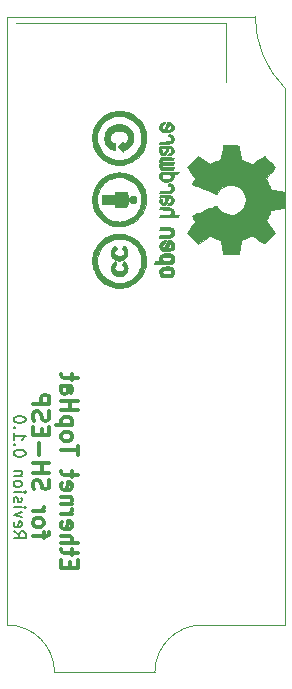
<source format=gbr>
%TF.GenerationSoftware,KiCad,Pcbnew,(5.1.8-0-10_14)*%
%TF.CreationDate,2020-11-27T10:39:21+01:00*%
%TF.ProjectId,SH-ESP32-Ethernet,53482d45-5350-4333-922d-45746865726e,0.1.0*%
%TF.SameCoordinates,Original*%
%TF.FileFunction,Legend,Bot*%
%TF.FilePolarity,Positive*%
%FSLAX46Y46*%
G04 Gerber Fmt 4.6, Leading zero omitted, Abs format (unit mm)*
G04 Created by KiCad (PCBNEW (5.1.8-0-10_14)) date 2020-11-27 10:39:21*
%MOMM*%
%LPD*%
G01*
G04 APERTURE LIST*
%TA.AperFunction,Profile*%
%ADD10C,0.050000*%
%TD*%
%ADD11C,0.120000*%
%ADD12C,0.300000*%
%ADD13C,0.160000*%
%ADD14C,0.010000*%
G04 APERTURE END LIST*
D10*
X165000000Y-108500000D02*
X172000000Y-108500000D01*
X161000000Y-112500000D02*
G75*
G02*
X165000000Y-108500000I4000000J0D01*
G01*
X148500000Y-108500000D02*
G75*
G02*
X152500000Y-112500000I0J-4000000D01*
G01*
X169500000Y-57000000D02*
X148500000Y-57000000D01*
X152500000Y-112500000D02*
X161000000Y-112499765D01*
X148500000Y-57000000D02*
X148500000Y-108500000D01*
X171989592Y-63010408D02*
X172000000Y-108500000D01*
X153000000Y-112500000D02*
X153000000Y-112500000D01*
X171989592Y-63010408D02*
G75*
G02*
X169500000Y-57000000I6010408J6010408D01*
G01*
D11*
X167000000Y-57500000D02*
X167000000Y-62500000D01*
X149250000Y-57500000D02*
X167000000Y-57500000D01*
D12*
X153800000Y-103633333D02*
X153800000Y-103166666D01*
X153066666Y-102966666D02*
X153066666Y-103633333D01*
X154466666Y-103633333D01*
X154466666Y-102966666D01*
X154000000Y-102566666D02*
X154000000Y-102033333D01*
X154466666Y-102366666D02*
X153266666Y-102366666D01*
X153133333Y-102300000D01*
X153066666Y-102166666D01*
X153066666Y-102033333D01*
X153066666Y-101566666D02*
X154466666Y-101566666D01*
X153066666Y-100966666D02*
X153800000Y-100966666D01*
X153933333Y-101033333D01*
X154000000Y-101166666D01*
X154000000Y-101366666D01*
X153933333Y-101500000D01*
X153866666Y-101566666D01*
X153133333Y-99766666D02*
X153066666Y-99900000D01*
X153066666Y-100166666D01*
X153133333Y-100300000D01*
X153266666Y-100366666D01*
X153800000Y-100366666D01*
X153933333Y-100300000D01*
X154000000Y-100166666D01*
X154000000Y-99900000D01*
X153933333Y-99766666D01*
X153800000Y-99700000D01*
X153666666Y-99700000D01*
X153533333Y-100366666D01*
X153066666Y-99100000D02*
X154000000Y-99100000D01*
X153733333Y-99100000D02*
X153866666Y-99033333D01*
X153933333Y-98966666D01*
X154000000Y-98833333D01*
X154000000Y-98700000D01*
X154000000Y-98233333D02*
X153066666Y-98233333D01*
X153866666Y-98233333D02*
X153933333Y-98166666D01*
X154000000Y-98033333D01*
X154000000Y-97833333D01*
X153933333Y-97700000D01*
X153800000Y-97633333D01*
X153066666Y-97633333D01*
X153133333Y-96433333D02*
X153066666Y-96566666D01*
X153066666Y-96833333D01*
X153133333Y-96966666D01*
X153266666Y-97033333D01*
X153800000Y-97033333D01*
X153933333Y-96966666D01*
X154000000Y-96833333D01*
X154000000Y-96566666D01*
X153933333Y-96433333D01*
X153800000Y-96366666D01*
X153666666Y-96366666D01*
X153533333Y-97033333D01*
X154000000Y-95966666D02*
X154000000Y-95433333D01*
X154466666Y-95766666D02*
X153266666Y-95766666D01*
X153133333Y-95700000D01*
X153066666Y-95566666D01*
X153066666Y-95433333D01*
X154466666Y-94100000D02*
X154466666Y-93300000D01*
X153066666Y-93700000D02*
X154466666Y-93700000D01*
X153066666Y-92633333D02*
X153133333Y-92766666D01*
X153200000Y-92833333D01*
X153333333Y-92900000D01*
X153733333Y-92900000D01*
X153866666Y-92833333D01*
X153933333Y-92766666D01*
X154000000Y-92633333D01*
X154000000Y-92433333D01*
X153933333Y-92300000D01*
X153866666Y-92233333D01*
X153733333Y-92166666D01*
X153333333Y-92166666D01*
X153200000Y-92233333D01*
X153133333Y-92300000D01*
X153066666Y-92433333D01*
X153066666Y-92633333D01*
X154000000Y-91566666D02*
X152600000Y-91566666D01*
X153933333Y-91566666D02*
X154000000Y-91433333D01*
X154000000Y-91166666D01*
X153933333Y-91033333D01*
X153866666Y-90966666D01*
X153733333Y-90900000D01*
X153333333Y-90900000D01*
X153200000Y-90966666D01*
X153133333Y-91033333D01*
X153066666Y-91166666D01*
X153066666Y-91433333D01*
X153133333Y-91566666D01*
X153066666Y-90300000D02*
X154466666Y-90300000D01*
X153800000Y-90300000D02*
X153800000Y-89500000D01*
X153066666Y-89500000D02*
X154466666Y-89500000D01*
X153066666Y-88233333D02*
X153800000Y-88233333D01*
X153933333Y-88300000D01*
X154000000Y-88433333D01*
X154000000Y-88700000D01*
X153933333Y-88833333D01*
X153133333Y-88233333D02*
X153066666Y-88366666D01*
X153066666Y-88700000D01*
X153133333Y-88833333D01*
X153266666Y-88900000D01*
X153400000Y-88900000D01*
X153533333Y-88833333D01*
X153600000Y-88700000D01*
X153600000Y-88366666D01*
X153666666Y-88233333D01*
X154000000Y-87766666D02*
X154000000Y-87233333D01*
X154466666Y-87566666D02*
X153266666Y-87566666D01*
X153133333Y-87500000D01*
X153066666Y-87366666D01*
X153066666Y-87233333D01*
X151600000Y-101133333D02*
X151600000Y-100600000D01*
X150666666Y-100933333D02*
X151866666Y-100933333D01*
X152000000Y-100866666D01*
X152066666Y-100733333D01*
X152066666Y-100600000D01*
X150666666Y-99933333D02*
X150733333Y-100066666D01*
X150800000Y-100133333D01*
X150933333Y-100200000D01*
X151333333Y-100200000D01*
X151466666Y-100133333D01*
X151533333Y-100066666D01*
X151600000Y-99933333D01*
X151600000Y-99733333D01*
X151533333Y-99600000D01*
X151466666Y-99533333D01*
X151333333Y-99466666D01*
X150933333Y-99466666D01*
X150800000Y-99533333D01*
X150733333Y-99600000D01*
X150666666Y-99733333D01*
X150666666Y-99933333D01*
X150666666Y-98866666D02*
X151600000Y-98866666D01*
X151333333Y-98866666D02*
X151466666Y-98800000D01*
X151533333Y-98733333D01*
X151600000Y-98600000D01*
X151600000Y-98466666D01*
X150733333Y-97000000D02*
X150666666Y-96800000D01*
X150666666Y-96466666D01*
X150733333Y-96333333D01*
X150800000Y-96266666D01*
X150933333Y-96200000D01*
X151066666Y-96200000D01*
X151200000Y-96266666D01*
X151266666Y-96333333D01*
X151333333Y-96466666D01*
X151400000Y-96733333D01*
X151466666Y-96866666D01*
X151533333Y-96933333D01*
X151666666Y-97000000D01*
X151800000Y-97000000D01*
X151933333Y-96933333D01*
X152000000Y-96866666D01*
X152066666Y-96733333D01*
X152066666Y-96400000D01*
X152000000Y-96200000D01*
X150666666Y-95600000D02*
X152066666Y-95600000D01*
X151400000Y-95600000D02*
X151400000Y-94800000D01*
X150666666Y-94800000D02*
X152066666Y-94800000D01*
X151200000Y-94133333D02*
X151200000Y-93066666D01*
X151400000Y-92400000D02*
X151400000Y-91933333D01*
X150666666Y-91733333D02*
X150666666Y-92400000D01*
X152066666Y-92400000D01*
X152066666Y-91733333D01*
X150733333Y-91200000D02*
X150666666Y-91000000D01*
X150666666Y-90666666D01*
X150733333Y-90533333D01*
X150800000Y-90466666D01*
X150933333Y-90400000D01*
X151066666Y-90400000D01*
X151200000Y-90466666D01*
X151266666Y-90533333D01*
X151333333Y-90666666D01*
X151400000Y-90933333D01*
X151466666Y-91066666D01*
X151533333Y-91133333D01*
X151666666Y-91200000D01*
X151800000Y-91200000D01*
X151933333Y-91133333D01*
X152000000Y-91066666D01*
X152066666Y-90933333D01*
X152066666Y-90600000D01*
X152000000Y-90400000D01*
X150666666Y-89800000D02*
X152066666Y-89800000D01*
X152066666Y-89266666D01*
X152000000Y-89133333D01*
X151933333Y-89066666D01*
X151800000Y-89000000D01*
X151600000Y-89000000D01*
X151466666Y-89066666D01*
X151400000Y-89133333D01*
X151333333Y-89266666D01*
X151333333Y-89800000D01*
D13*
X149047619Y-100571428D02*
X149523809Y-100904761D01*
X149047619Y-101142857D02*
X150047619Y-101142857D01*
X150047619Y-100761904D01*
X150000000Y-100666666D01*
X149952380Y-100619047D01*
X149857142Y-100571428D01*
X149714285Y-100571428D01*
X149619047Y-100619047D01*
X149571428Y-100666666D01*
X149523809Y-100761904D01*
X149523809Y-101142857D01*
X149095238Y-99761904D02*
X149047619Y-99857142D01*
X149047619Y-100047619D01*
X149095238Y-100142857D01*
X149190476Y-100190476D01*
X149571428Y-100190476D01*
X149666666Y-100142857D01*
X149714285Y-100047619D01*
X149714285Y-99857142D01*
X149666666Y-99761904D01*
X149571428Y-99714285D01*
X149476190Y-99714285D01*
X149380952Y-100190476D01*
X149714285Y-99380952D02*
X149047619Y-99142857D01*
X149714285Y-98904761D01*
X149047619Y-98523809D02*
X149714285Y-98523809D01*
X150047619Y-98523809D02*
X150000000Y-98571428D01*
X149952380Y-98523809D01*
X150000000Y-98476190D01*
X150047619Y-98523809D01*
X149952380Y-98523809D01*
X149095238Y-98095238D02*
X149047619Y-98000000D01*
X149047619Y-97809523D01*
X149095238Y-97714285D01*
X149190476Y-97666666D01*
X149238095Y-97666666D01*
X149333333Y-97714285D01*
X149380952Y-97809523D01*
X149380952Y-97952380D01*
X149428571Y-98047619D01*
X149523809Y-98095238D01*
X149571428Y-98095238D01*
X149666666Y-98047619D01*
X149714285Y-97952380D01*
X149714285Y-97809523D01*
X149666666Y-97714285D01*
X149047619Y-97238095D02*
X149714285Y-97238095D01*
X150047619Y-97238095D02*
X150000000Y-97285714D01*
X149952380Y-97238095D01*
X150000000Y-97190476D01*
X150047619Y-97238095D01*
X149952380Y-97238095D01*
X149047619Y-96619047D02*
X149095238Y-96714285D01*
X149142857Y-96761904D01*
X149238095Y-96809523D01*
X149523809Y-96809523D01*
X149619047Y-96761904D01*
X149666666Y-96714285D01*
X149714285Y-96619047D01*
X149714285Y-96476190D01*
X149666666Y-96380952D01*
X149619047Y-96333333D01*
X149523809Y-96285714D01*
X149238095Y-96285714D01*
X149142857Y-96333333D01*
X149095238Y-96380952D01*
X149047619Y-96476190D01*
X149047619Y-96619047D01*
X149714285Y-95857142D02*
X149047619Y-95857142D01*
X149619047Y-95857142D02*
X149666666Y-95809523D01*
X149714285Y-95714285D01*
X149714285Y-95571428D01*
X149666666Y-95476190D01*
X149571428Y-95428571D01*
X149047619Y-95428571D01*
X150047619Y-94000000D02*
X150047619Y-93904761D01*
X150000000Y-93809523D01*
X149952380Y-93761904D01*
X149857142Y-93714285D01*
X149666666Y-93666666D01*
X149428571Y-93666666D01*
X149238095Y-93714285D01*
X149142857Y-93761904D01*
X149095238Y-93809523D01*
X149047619Y-93904761D01*
X149047619Y-94000000D01*
X149095238Y-94095238D01*
X149142857Y-94142857D01*
X149238095Y-94190476D01*
X149428571Y-94238095D01*
X149666666Y-94238095D01*
X149857142Y-94190476D01*
X149952380Y-94142857D01*
X150000000Y-94095238D01*
X150047619Y-94000000D01*
X149142857Y-93238095D02*
X149095238Y-93190476D01*
X149047619Y-93238095D01*
X149095238Y-93285714D01*
X149142857Y-93238095D01*
X149047619Y-93238095D01*
X149047619Y-92238095D02*
X149047619Y-92809523D01*
X149047619Y-92523809D02*
X150047619Y-92523809D01*
X149904761Y-92619047D01*
X149809523Y-92714285D01*
X149761904Y-92809523D01*
X149142857Y-91809523D02*
X149095238Y-91761904D01*
X149047619Y-91809523D01*
X149095238Y-91857142D01*
X149142857Y-91809523D01*
X149047619Y-91809523D01*
X150047619Y-91142857D02*
X150047619Y-91047619D01*
X150000000Y-90952380D01*
X149952380Y-90904761D01*
X149857142Y-90857142D01*
X149666666Y-90809523D01*
X149428571Y-90809523D01*
X149238095Y-90857142D01*
X149142857Y-90904761D01*
X149095238Y-90952380D01*
X149047619Y-91047619D01*
X149047619Y-91142857D01*
X149095238Y-91238095D01*
X149142857Y-91285714D01*
X149238095Y-91333333D01*
X149428571Y-91380952D01*
X149666666Y-91380952D01*
X149857142Y-91333333D01*
X149952380Y-91285714D01*
X150000000Y-91238095D01*
X150047619Y-91142857D01*
D14*
%TO.C,LOGO_CC*%
G36*
X159165985Y-67183861D02*
G01*
X159156707Y-67067205D01*
X159139374Y-66962230D01*
X159131752Y-66931050D01*
X159076283Y-66771713D01*
X159000248Y-66626658D01*
X158904734Y-66496887D01*
X158790825Y-66383401D01*
X158659608Y-66287203D01*
X158512168Y-66209294D01*
X158349592Y-66150675D01*
X158262008Y-66128704D01*
X158192608Y-66117806D01*
X158105769Y-66110397D01*
X158008303Y-66106475D01*
X157907019Y-66106041D01*
X157808729Y-66109094D01*
X157720245Y-66115632D01*
X157648377Y-66125656D01*
X157633563Y-66128762D01*
X157476077Y-66176563D01*
X157327809Y-66244485D01*
X157191052Y-66330428D01*
X157068099Y-66432294D01*
X156961241Y-66547984D01*
X156872773Y-66675398D01*
X156804987Y-66812438D01*
X156769136Y-66920135D01*
X156752329Y-66995972D01*
X156738550Y-67082435D01*
X156728409Y-67172609D01*
X156722517Y-67259574D01*
X156721485Y-67336415D01*
X156725923Y-67396213D01*
X156726685Y-67400950D01*
X156746452Y-67506166D01*
X156766616Y-67591475D01*
X156788650Y-67662350D01*
X156813335Y-67722769D01*
X156888941Y-67857183D01*
X156983824Y-67976497D01*
X157095855Y-68078561D01*
X157222909Y-68161223D01*
X157270469Y-68185143D01*
X157325601Y-68208325D01*
X157386216Y-68229638D01*
X157447443Y-68247885D01*
X157504410Y-68261871D01*
X157552245Y-68270400D01*
X157586078Y-68272274D01*
X157601029Y-68266318D01*
X157602611Y-68249554D01*
X157603698Y-68211408D01*
X157604258Y-68155890D01*
X157604257Y-68087016D01*
X157603660Y-68008796D01*
X157603392Y-67986545D01*
X157599950Y-67721896D01*
X157505665Y-67697961D01*
X157445944Y-67681420D01*
X157402829Y-67664760D01*
X157367905Y-67643479D01*
X157332760Y-67613075D01*
X157315787Y-67596380D01*
X157265913Y-67529914D01*
X157227529Y-67443488D01*
X157202015Y-67340443D01*
X157197471Y-67309894D01*
X157192103Y-67192395D01*
X157208462Y-67087156D01*
X157247127Y-66992362D01*
X157308680Y-66906199D01*
X157336011Y-66877478D01*
X157426085Y-66806075D01*
X157534987Y-66749363D01*
X157660442Y-66707904D01*
X157800173Y-66682257D01*
X157951904Y-66672981D01*
X158113358Y-66680636D01*
X158129548Y-66682311D01*
X158267675Y-66704465D01*
X158384805Y-66739166D01*
X158482480Y-66787256D01*
X158562246Y-66849577D01*
X158625645Y-66926969D01*
X158648216Y-66965010D01*
X158668048Y-67003845D01*
X158681007Y-67036804D01*
X158688850Y-67071705D01*
X158693332Y-67116362D01*
X158696208Y-67178591D01*
X158696212Y-67178700D01*
X158692185Y-67308366D01*
X158670063Y-67420254D01*
X158629784Y-67514475D01*
X158571289Y-67591137D01*
X158494517Y-67650347D01*
X158414283Y-67687235D01*
X158359516Y-67705331D01*
X158324098Y-67712316D01*
X158303849Y-67706652D01*
X158294589Y-67686801D01*
X158292141Y-67651222D01*
X158292100Y-67642250D01*
X158290511Y-67603993D01*
X158286411Y-67578621D01*
X158282435Y-67572400D01*
X158271113Y-67581017D01*
X158244534Y-67605206D01*
X158205298Y-67642476D01*
X158156006Y-67690338D01*
X158099259Y-67746301D01*
X158060183Y-67785264D01*
X157847597Y-67998127D01*
X158060460Y-68210714D01*
X158120646Y-68270466D01*
X158174973Y-68323727D01*
X158220849Y-68368008D01*
X158255683Y-68400826D01*
X158276884Y-68419694D01*
X158282106Y-68423300D01*
X158287237Y-68411744D01*
X158291865Y-68381633D01*
X158294669Y-68344862D01*
X158298450Y-68266424D01*
X158401452Y-68244313D01*
X158556488Y-68199063D01*
X158696608Y-68133592D01*
X158820806Y-68048887D01*
X158928078Y-67945937D01*
X159017417Y-67825727D01*
X159087818Y-67689246D01*
X159138278Y-67537482D01*
X159143679Y-67515133D01*
X159159652Y-67416705D01*
X159167027Y-67303321D01*
X159165985Y-67183861D01*
G37*
X159165985Y-67183861D02*
X159156707Y-67067205D01*
X159139374Y-66962230D01*
X159131752Y-66931050D01*
X159076283Y-66771713D01*
X159000248Y-66626658D01*
X158904734Y-66496887D01*
X158790825Y-66383401D01*
X158659608Y-66287203D01*
X158512168Y-66209294D01*
X158349592Y-66150675D01*
X158262008Y-66128704D01*
X158192608Y-66117806D01*
X158105769Y-66110397D01*
X158008303Y-66106475D01*
X157907019Y-66106041D01*
X157808729Y-66109094D01*
X157720245Y-66115632D01*
X157648377Y-66125656D01*
X157633563Y-66128762D01*
X157476077Y-66176563D01*
X157327809Y-66244485D01*
X157191052Y-66330428D01*
X157068099Y-66432294D01*
X156961241Y-66547984D01*
X156872773Y-66675398D01*
X156804987Y-66812438D01*
X156769136Y-66920135D01*
X156752329Y-66995972D01*
X156738550Y-67082435D01*
X156728409Y-67172609D01*
X156722517Y-67259574D01*
X156721485Y-67336415D01*
X156725923Y-67396213D01*
X156726685Y-67400950D01*
X156746452Y-67506166D01*
X156766616Y-67591475D01*
X156788650Y-67662350D01*
X156813335Y-67722769D01*
X156888941Y-67857183D01*
X156983824Y-67976497D01*
X157095855Y-68078561D01*
X157222909Y-68161223D01*
X157270469Y-68185143D01*
X157325601Y-68208325D01*
X157386216Y-68229638D01*
X157447443Y-68247885D01*
X157504410Y-68261871D01*
X157552245Y-68270400D01*
X157586078Y-68272274D01*
X157601029Y-68266318D01*
X157602611Y-68249554D01*
X157603698Y-68211408D01*
X157604258Y-68155890D01*
X157604257Y-68087016D01*
X157603660Y-68008796D01*
X157603392Y-67986545D01*
X157599950Y-67721896D01*
X157505665Y-67697961D01*
X157445944Y-67681420D01*
X157402829Y-67664760D01*
X157367905Y-67643479D01*
X157332760Y-67613075D01*
X157315787Y-67596380D01*
X157265913Y-67529914D01*
X157227529Y-67443488D01*
X157202015Y-67340443D01*
X157197471Y-67309894D01*
X157192103Y-67192395D01*
X157208462Y-67087156D01*
X157247127Y-66992362D01*
X157308680Y-66906199D01*
X157336011Y-66877478D01*
X157426085Y-66806075D01*
X157534987Y-66749363D01*
X157660442Y-66707904D01*
X157800173Y-66682257D01*
X157951904Y-66672981D01*
X158113358Y-66680636D01*
X158129548Y-66682311D01*
X158267675Y-66704465D01*
X158384805Y-66739166D01*
X158482480Y-66787256D01*
X158562246Y-66849577D01*
X158625645Y-66926969D01*
X158648216Y-66965010D01*
X158668048Y-67003845D01*
X158681007Y-67036804D01*
X158688850Y-67071705D01*
X158693332Y-67116362D01*
X158696208Y-67178591D01*
X158696212Y-67178700D01*
X158692185Y-67308366D01*
X158670063Y-67420254D01*
X158629784Y-67514475D01*
X158571289Y-67591137D01*
X158494517Y-67650347D01*
X158414283Y-67687235D01*
X158359516Y-67705331D01*
X158324098Y-67712316D01*
X158303849Y-67706652D01*
X158294589Y-67686801D01*
X158292141Y-67651222D01*
X158292100Y-67642250D01*
X158290511Y-67603993D01*
X158286411Y-67578621D01*
X158282435Y-67572400D01*
X158271113Y-67581017D01*
X158244534Y-67605206D01*
X158205298Y-67642476D01*
X158156006Y-67690338D01*
X158099259Y-67746301D01*
X158060183Y-67785264D01*
X157847597Y-67998127D01*
X158060460Y-68210714D01*
X158120646Y-68270466D01*
X158174973Y-68323727D01*
X158220849Y-68368008D01*
X158255683Y-68400826D01*
X158276884Y-68419694D01*
X158282106Y-68423300D01*
X158287237Y-68411744D01*
X158291865Y-68381633D01*
X158294669Y-68344862D01*
X158298450Y-68266424D01*
X158401452Y-68244313D01*
X158556488Y-68199063D01*
X158696608Y-68133592D01*
X158820806Y-68048887D01*
X158928078Y-67945937D01*
X159017417Y-67825727D01*
X159087818Y-67689246D01*
X159138278Y-67537482D01*
X159143679Y-67515133D01*
X159159652Y-67416705D01*
X159167027Y-67303321D01*
X159165985Y-67183861D01*
G36*
X159440358Y-72400235D02*
G01*
X159436464Y-72356391D01*
X159428457Y-72322844D01*
X159415097Y-72292066D01*
X159412590Y-72287290D01*
X159367881Y-72229435D01*
X159305241Y-72185745D01*
X159228758Y-72157727D01*
X159142521Y-72146889D01*
X159052173Y-72154447D01*
X158968350Y-72179220D01*
X158904379Y-72219043D01*
X158859105Y-72274690D01*
X158851783Y-72288628D01*
X158830871Y-72351104D01*
X158819385Y-72426537D01*
X158818177Y-72503975D01*
X158828101Y-72572466D01*
X158829329Y-72576978D01*
X158860993Y-72652116D01*
X158908820Y-72708813D01*
X158974131Y-72748102D01*
X159058242Y-72771018D01*
X159080579Y-72774105D01*
X159172028Y-72775346D01*
X159256068Y-72758240D01*
X159328626Y-72724476D01*
X159385632Y-72675740D01*
X159412590Y-72636511D01*
X159426848Y-72605504D01*
X159435568Y-72572841D01*
X159439993Y-72530995D01*
X159441362Y-72472441D01*
X159441380Y-72461900D01*
X159440358Y-72400235D01*
G37*
X159440358Y-72400235D02*
X159436464Y-72356391D01*
X159428457Y-72322844D01*
X159415097Y-72292066D01*
X159412590Y-72287290D01*
X159367881Y-72229435D01*
X159305241Y-72185745D01*
X159228758Y-72157727D01*
X159142521Y-72146889D01*
X159052173Y-72154447D01*
X158968350Y-72179220D01*
X158904379Y-72219043D01*
X158859105Y-72274690D01*
X158851783Y-72288628D01*
X158830871Y-72351104D01*
X158819385Y-72426537D01*
X158818177Y-72503975D01*
X158828101Y-72572466D01*
X158829329Y-72576978D01*
X158860993Y-72652116D01*
X158908820Y-72708813D01*
X158974131Y-72748102D01*
X159058242Y-72771018D01*
X159080579Y-72774105D01*
X159172028Y-72775346D01*
X159256068Y-72758240D01*
X159328626Y-72724476D01*
X159385632Y-72675740D01*
X159412590Y-72636511D01*
X159426848Y-72605504D01*
X159435568Y-72572841D01*
X159439993Y-72530995D01*
X159441362Y-72472441D01*
X159441380Y-72461900D01*
X159440358Y-72400235D01*
G36*
X158687243Y-72374197D02*
G01*
X158686218Y-72273789D01*
X158684435Y-72179944D01*
X158681891Y-72096211D01*
X158678588Y-72026140D01*
X158674525Y-71973283D01*
X158669703Y-71941189D01*
X158668092Y-71936102D01*
X158659444Y-71915665D01*
X158650589Y-71898852D01*
X158639126Y-71885310D01*
X158622652Y-71874686D01*
X158598764Y-71866625D01*
X158565060Y-71860775D01*
X158519138Y-71856781D01*
X158458595Y-71854290D01*
X158381028Y-71852948D01*
X158284035Y-71852402D01*
X158165215Y-71852297D01*
X158098775Y-71852300D01*
X157606300Y-71852300D01*
X157606300Y-72106300D01*
X156501400Y-72106300D01*
X156501399Y-72458725D01*
X156501397Y-72811150D01*
X157599950Y-72811150D01*
X157603570Y-72941325D01*
X157607189Y-73071500D01*
X158099219Y-73071500D01*
X158229472Y-73071483D01*
X158336729Y-73071196D01*
X158423394Y-73070283D01*
X158491869Y-73068392D01*
X158544559Y-73065168D01*
X158583867Y-73060258D01*
X158612197Y-73053306D01*
X158631952Y-73043960D01*
X158645535Y-73031864D01*
X158655351Y-73016665D01*
X158663804Y-72998009D01*
X158668092Y-72987699D01*
X158673144Y-72962595D01*
X158677437Y-72915652D01*
X158680971Y-72850422D01*
X158683744Y-72770453D01*
X158685758Y-72679296D01*
X158687013Y-72580501D01*
X158687508Y-72477618D01*
X158687243Y-72374197D01*
G37*
X158687243Y-72374197D02*
X158686218Y-72273789D01*
X158684435Y-72179944D01*
X158681891Y-72096211D01*
X158678588Y-72026140D01*
X158674525Y-71973283D01*
X158669703Y-71941189D01*
X158668092Y-71936102D01*
X158659444Y-71915665D01*
X158650589Y-71898852D01*
X158639126Y-71885310D01*
X158622652Y-71874686D01*
X158598764Y-71866625D01*
X158565060Y-71860775D01*
X158519138Y-71856781D01*
X158458595Y-71854290D01*
X158381028Y-71852948D01*
X158284035Y-71852402D01*
X158165215Y-71852297D01*
X158098775Y-71852300D01*
X157606300Y-71852300D01*
X157606300Y-72106300D01*
X156501400Y-72106300D01*
X156501399Y-72458725D01*
X156501397Y-72811150D01*
X157599950Y-72811150D01*
X157603570Y-72941325D01*
X157607189Y-73071500D01*
X158099219Y-73071500D01*
X158229472Y-73071483D01*
X158336729Y-73071196D01*
X158423394Y-73070283D01*
X158491869Y-73068392D01*
X158544559Y-73065168D01*
X158583867Y-73060258D01*
X158612197Y-73053306D01*
X158631952Y-73043960D01*
X158645535Y-73031864D01*
X158655351Y-73016665D01*
X158663804Y-72998009D01*
X158668092Y-72987699D01*
X158673144Y-72962595D01*
X158677437Y-72915652D01*
X158680971Y-72850422D01*
X158683744Y-72770453D01*
X158685758Y-72679296D01*
X158687013Y-72580501D01*
X158687508Y-72477618D01*
X158687243Y-72374197D01*
G36*
X158662417Y-76801138D02*
G01*
X158628334Y-76686623D01*
X158577546Y-76584390D01*
X158539496Y-76531111D01*
X158507381Y-76496339D01*
X158468931Y-76461105D01*
X158429306Y-76429347D01*
X158393669Y-76405003D01*
X158367179Y-76392013D01*
X158356891Y-76391753D01*
X158347931Y-76404282D01*
X158330114Y-76433902D01*
X158306412Y-76475222D01*
X158279794Y-76522856D01*
X158253233Y-76571415D01*
X158229698Y-76615510D01*
X158212161Y-76649753D01*
X158203593Y-76668756D01*
X158203200Y-76670500D01*
X158212586Y-76679171D01*
X158236752Y-76697795D01*
X158259194Y-76714206D01*
X158318451Y-76770754D01*
X158358160Y-76838381D01*
X158377915Y-76912493D01*
X158377309Y-76988495D01*
X158355934Y-77061793D01*
X158313383Y-77127790D01*
X158297335Y-77144609D01*
X158239916Y-77188721D01*
X158172011Y-77218729D01*
X158089446Y-77235914D01*
X157988048Y-77241554D01*
X157980950Y-77241552D01*
X157864124Y-77233265D01*
X157765772Y-77209485D01*
X157686515Y-77170668D01*
X157626974Y-77117273D01*
X157587770Y-77049757D01*
X157569522Y-76968576D01*
X157568200Y-76937134D01*
X157579295Y-76849632D01*
X157611865Y-76774047D01*
X157664842Y-76712459D01*
X157695481Y-76689588D01*
X157757241Y-76649568D01*
X157688205Y-76511913D01*
X157619168Y-76374258D01*
X157576319Y-76399540D01*
X157536139Y-76429266D01*
X157488357Y-76473523D01*
X157439292Y-76525595D01*
X157395260Y-76578765D01*
X157362580Y-76626318D01*
X157361891Y-76627500D01*
X157313425Y-76733989D01*
X157282291Y-76852523D01*
X157269908Y-76975348D01*
X157277036Y-77090451D01*
X157302924Y-77207556D01*
X157343670Y-77307914D01*
X157401976Y-77397082D01*
X157454722Y-77455854D01*
X157545471Y-77529082D01*
X157652309Y-77584934D01*
X157772137Y-77622677D01*
X157901856Y-77641578D01*
X158038366Y-77640904D01*
X158162461Y-77623368D01*
X158284578Y-77586187D01*
X158394214Y-77528509D01*
X158489143Y-77452389D01*
X158567137Y-77359886D01*
X158625970Y-77253056D01*
X158655295Y-77168123D01*
X158676810Y-77046912D01*
X158678880Y-76922909D01*
X158662417Y-76801138D01*
G37*
X158662417Y-76801138D02*
X158628334Y-76686623D01*
X158577546Y-76584390D01*
X158539496Y-76531111D01*
X158507381Y-76496339D01*
X158468931Y-76461105D01*
X158429306Y-76429347D01*
X158393669Y-76405003D01*
X158367179Y-76392013D01*
X158356891Y-76391753D01*
X158347931Y-76404282D01*
X158330114Y-76433902D01*
X158306412Y-76475222D01*
X158279794Y-76522856D01*
X158253233Y-76571415D01*
X158229698Y-76615510D01*
X158212161Y-76649753D01*
X158203593Y-76668756D01*
X158203200Y-76670500D01*
X158212586Y-76679171D01*
X158236752Y-76697795D01*
X158259194Y-76714206D01*
X158318451Y-76770754D01*
X158358160Y-76838381D01*
X158377915Y-76912493D01*
X158377309Y-76988495D01*
X158355934Y-77061793D01*
X158313383Y-77127790D01*
X158297335Y-77144609D01*
X158239916Y-77188721D01*
X158172011Y-77218729D01*
X158089446Y-77235914D01*
X157988048Y-77241554D01*
X157980950Y-77241552D01*
X157864124Y-77233265D01*
X157765772Y-77209485D01*
X157686515Y-77170668D01*
X157626974Y-77117273D01*
X157587770Y-77049757D01*
X157569522Y-76968576D01*
X157568200Y-76937134D01*
X157579295Y-76849632D01*
X157611865Y-76774047D01*
X157664842Y-76712459D01*
X157695481Y-76689588D01*
X157757241Y-76649568D01*
X157688205Y-76511913D01*
X157619168Y-76374258D01*
X157576319Y-76399540D01*
X157536139Y-76429266D01*
X157488357Y-76473523D01*
X157439292Y-76525595D01*
X157395260Y-76578765D01*
X157362580Y-76626318D01*
X157361891Y-76627500D01*
X157313425Y-76733989D01*
X157282291Y-76852523D01*
X157269908Y-76975348D01*
X157277036Y-77090451D01*
X157302924Y-77207556D01*
X157343670Y-77307914D01*
X157401976Y-77397082D01*
X157454722Y-77455854D01*
X157545471Y-77529082D01*
X157652309Y-77584934D01*
X157772137Y-77622677D01*
X157901856Y-77641578D01*
X158038366Y-77640904D01*
X158162461Y-77623368D01*
X158284578Y-77586187D01*
X158394214Y-77528509D01*
X158489143Y-77452389D01*
X158567137Y-77359886D01*
X158625970Y-77253056D01*
X158655295Y-77168123D01*
X158676810Y-77046912D01*
X158678880Y-76922909D01*
X158662417Y-76801138D01*
G36*
X158682411Y-78260330D02*
G01*
X158676330Y-78209052D01*
X158670410Y-78171326D01*
X158640444Y-78045804D01*
X158594640Y-77936057D01*
X158534187Y-77844868D01*
X158527492Y-77837003D01*
X158495655Y-77804382D01*
X158457130Y-77770446D01*
X158417917Y-77739839D01*
X158384012Y-77717206D01*
X158361416Y-77707191D01*
X158359662Y-77707058D01*
X158351191Y-77717557D01*
X158333919Y-77745688D01*
X158310584Y-77786453D01*
X158283921Y-77834857D01*
X158256668Y-77885900D01*
X158231561Y-77934587D01*
X158211335Y-77975920D01*
X158205680Y-77988253D01*
X158213044Y-77999588D01*
X158236107Y-78019571D01*
X158258389Y-78035851D01*
X158316380Y-78090263D01*
X158356733Y-78158613D01*
X158377498Y-78235129D01*
X158376726Y-78314042D01*
X158366547Y-78355980D01*
X158332998Y-78425627D01*
X158283434Y-78479517D01*
X158216318Y-78518523D01*
X158130114Y-78543516D01*
X158023286Y-78555368D01*
X158014431Y-78555750D01*
X157903392Y-78554770D01*
X157811943Y-78541797D01*
X157736886Y-78516062D01*
X157675024Y-78476794D01*
X157670296Y-78472828D01*
X157614009Y-78412630D01*
X157580806Y-78346226D01*
X157568407Y-78268771D01*
X157568200Y-78255884D01*
X157579295Y-78168577D01*
X157612829Y-78092572D01*
X157669180Y-78027266D01*
X157743030Y-77975239D01*
X157746833Y-77964390D01*
X157740419Y-77939886D01*
X157722819Y-77899169D01*
X157693066Y-77839681D01*
X157688144Y-77830223D01*
X157617178Y-77694334D01*
X157563519Y-77731253D01*
X157467232Y-77812469D01*
X157388319Y-77910068D01*
X157328206Y-78020660D01*
X157288322Y-78140855D01*
X157270095Y-78267263D01*
X157274953Y-78396495D01*
X157277036Y-78411251D01*
X157303222Y-78529228D01*
X157344494Y-78630348D01*
X157403377Y-78719829D01*
X157452884Y-78774816D01*
X157529692Y-78841801D01*
X157611291Y-78892011D01*
X157702389Y-78927274D01*
X157807696Y-78949421D01*
X157930150Y-78960203D01*
X158063138Y-78959659D01*
X158178616Y-78944497D01*
X158280743Y-78913353D01*
X158373679Y-78864859D01*
X158461582Y-78797650D01*
X158481937Y-78779014D01*
X158553304Y-78702165D01*
X158605891Y-78621712D01*
X158643098Y-78531044D01*
X158668325Y-78423550D01*
X158670062Y-78413207D01*
X158679293Y-78351678D01*
X158683404Y-78304295D01*
X158682411Y-78260330D01*
G37*
X158682411Y-78260330D02*
X158676330Y-78209052D01*
X158670410Y-78171326D01*
X158640444Y-78045804D01*
X158594640Y-77936057D01*
X158534187Y-77844868D01*
X158527492Y-77837003D01*
X158495655Y-77804382D01*
X158457130Y-77770446D01*
X158417917Y-77739839D01*
X158384012Y-77717206D01*
X158361416Y-77707191D01*
X158359662Y-77707058D01*
X158351191Y-77717557D01*
X158333919Y-77745688D01*
X158310584Y-77786453D01*
X158283921Y-77834857D01*
X158256668Y-77885900D01*
X158231561Y-77934587D01*
X158211335Y-77975920D01*
X158205680Y-77988253D01*
X158213044Y-77999588D01*
X158236107Y-78019571D01*
X158258389Y-78035851D01*
X158316380Y-78090263D01*
X158356733Y-78158613D01*
X158377498Y-78235129D01*
X158376726Y-78314042D01*
X158366547Y-78355980D01*
X158332998Y-78425627D01*
X158283434Y-78479517D01*
X158216318Y-78518523D01*
X158130114Y-78543516D01*
X158023286Y-78555368D01*
X158014431Y-78555750D01*
X157903392Y-78554770D01*
X157811943Y-78541797D01*
X157736886Y-78516062D01*
X157675024Y-78476794D01*
X157670296Y-78472828D01*
X157614009Y-78412630D01*
X157580806Y-78346226D01*
X157568407Y-78268771D01*
X157568200Y-78255884D01*
X157579295Y-78168577D01*
X157612829Y-78092572D01*
X157669180Y-78027266D01*
X157743030Y-77975239D01*
X157746833Y-77964390D01*
X157740419Y-77939886D01*
X157722819Y-77899169D01*
X157693066Y-77839681D01*
X157688144Y-77830223D01*
X157617178Y-77694334D01*
X157563519Y-77731253D01*
X157467232Y-77812469D01*
X157388319Y-77910068D01*
X157328206Y-78020660D01*
X157288322Y-78140855D01*
X157270095Y-78267263D01*
X157274953Y-78396495D01*
X157277036Y-78411251D01*
X157303222Y-78529228D01*
X157344494Y-78630348D01*
X157403377Y-78719829D01*
X157452884Y-78774816D01*
X157529692Y-78841801D01*
X157611291Y-78892011D01*
X157702389Y-78927274D01*
X157807696Y-78949421D01*
X157930150Y-78960203D01*
X158063138Y-78959659D01*
X158178616Y-78944497D01*
X158280743Y-78913353D01*
X158373679Y-78864859D01*
X158461582Y-78797650D01*
X158481937Y-78779014D01*
X158553304Y-78702165D01*
X158605891Y-78621712D01*
X158643098Y-78531044D01*
X158668325Y-78423550D01*
X158670062Y-78413207D01*
X158679293Y-78351678D01*
X158683404Y-78304295D01*
X158682411Y-78260330D01*
G36*
X160241154Y-66982470D02*
G01*
X160212105Y-66782921D01*
X160208828Y-66766329D01*
X160153138Y-66553085D01*
X160072616Y-66341101D01*
X159967832Y-66131704D01*
X159865466Y-65964757D01*
X159790145Y-65862245D01*
X159697671Y-65753512D01*
X159593479Y-65643954D01*
X159483005Y-65538966D01*
X159371683Y-65443941D01*
X159264951Y-65364275D01*
X159250950Y-65354832D01*
X159066855Y-65242416D01*
X158884069Y-65151887D01*
X158697789Y-65081610D01*
X158503213Y-65029951D01*
X158295539Y-64995278D01*
X158152668Y-64981180D01*
X157929718Y-64974883D01*
X157706848Y-64988845D01*
X157488006Y-65022305D01*
X157277142Y-65074504D01*
X157078204Y-65144681D01*
X156920500Y-65218391D01*
X156717268Y-65340014D01*
X156527649Y-65482210D01*
X156353224Y-65643183D01*
X156195575Y-65821137D01*
X156056280Y-66014278D01*
X155936921Y-66220809D01*
X155839079Y-66438935D01*
X155833577Y-66453274D01*
X155779380Y-66621844D01*
X155737703Y-66806362D01*
X155709412Y-67000208D01*
X155695372Y-67196762D01*
X155696450Y-67389402D01*
X155701355Y-67464450D01*
X155732845Y-67690099D01*
X155788146Y-67910572D01*
X155865906Y-68124143D01*
X155964771Y-68329088D01*
X156083388Y-68523680D01*
X156220405Y-68706195D01*
X156374469Y-68874906D01*
X156544225Y-69028089D01*
X156728323Y-69164018D01*
X156925407Y-69280968D01*
X157134126Y-69377212D01*
X157228856Y-69412403D01*
X157380861Y-69459823D01*
X157526455Y-69493990D01*
X157676959Y-69517224D01*
X157795620Y-69528552D01*
X157898349Y-69531089D01*
X157898349Y-69127093D01*
X157821284Y-69122232D01*
X157611193Y-69094081D01*
X157415803Y-69046754D01*
X157232549Y-68979074D01*
X157058868Y-68889865D01*
X156892196Y-68777951D01*
X156729969Y-68642154D01*
X156687221Y-68601843D01*
X156537992Y-68444207D01*
X156412616Y-68281573D01*
X156309668Y-68111407D01*
X156227721Y-67931176D01*
X156165347Y-67738346D01*
X156139530Y-67629181D01*
X156128792Y-67567910D01*
X156119018Y-67494254D01*
X156110855Y-67415510D01*
X156104953Y-67338971D01*
X156101958Y-67271933D01*
X156102520Y-67221693D01*
X156102886Y-67216800D01*
X156105562Y-67183018D01*
X156109236Y-67133369D01*
X156113210Y-67077329D01*
X156114102Y-67064400D01*
X156139384Y-66876199D01*
X156188447Y-66688598D01*
X156259738Y-66504082D01*
X156351708Y-66325132D01*
X156462807Y-66154231D01*
X156591484Y-65993862D01*
X156736188Y-65846506D01*
X156895369Y-65714648D01*
X157003913Y-65639674D01*
X157160051Y-65553667D01*
X157332522Y-65484064D01*
X157517594Y-65431692D01*
X157711536Y-65397378D01*
X157910618Y-65381950D01*
X158111109Y-65386234D01*
X158137531Y-65388321D01*
X158350513Y-65416569D01*
X158548663Y-65464039D01*
X158734092Y-65531773D01*
X158908912Y-65620815D01*
X159075236Y-65732207D01*
X159235176Y-65866994D01*
X159359361Y-65991733D01*
X159499645Y-66159768D01*
X159615968Y-66335879D01*
X159708243Y-66519908D01*
X159776386Y-66711696D01*
X159802609Y-66816067D01*
X159833931Y-67007215D01*
X159846954Y-67202859D01*
X159842117Y-67398737D01*
X159819860Y-67590588D01*
X159780623Y-67774150D01*
X159724846Y-67945162D01*
X159674300Y-68058907D01*
X159573740Y-68232536D01*
X159451287Y-68399301D01*
X159310186Y-68555984D01*
X159153682Y-68699368D01*
X158985018Y-68826236D01*
X158807439Y-68933370D01*
X158776000Y-68949692D01*
X158620397Y-69016603D01*
X158449101Y-69068834D01*
X158267841Y-69105350D01*
X158082346Y-69125115D01*
X157898349Y-69127093D01*
X157898349Y-69531089D01*
X158039032Y-69534564D01*
X158277397Y-69515992D01*
X158509554Y-69473352D01*
X158734343Y-69407161D01*
X158950604Y-69317936D01*
X159157176Y-69206192D01*
X159352899Y-69072446D01*
X159536614Y-68917216D01*
X159707160Y-68741017D01*
X159791198Y-68640085D01*
X159882647Y-68512660D01*
X159970317Y-68368350D01*
X160049625Y-68215657D01*
X160115985Y-68063083D01*
X160144346Y-67985150D01*
X160194981Y-67802866D01*
X160230279Y-67605783D01*
X160249940Y-67399574D01*
X160253665Y-67189912D01*
X160241154Y-66982470D01*
G37*
X160241154Y-66982470D02*
X160212105Y-66782921D01*
X160208828Y-66766329D01*
X160153138Y-66553085D01*
X160072616Y-66341101D01*
X159967832Y-66131704D01*
X159865466Y-65964757D01*
X159790145Y-65862245D01*
X159697671Y-65753512D01*
X159593479Y-65643954D01*
X159483005Y-65538966D01*
X159371683Y-65443941D01*
X159264951Y-65364275D01*
X159250950Y-65354832D01*
X159066855Y-65242416D01*
X158884069Y-65151887D01*
X158697789Y-65081610D01*
X158503213Y-65029951D01*
X158295539Y-64995278D01*
X158152668Y-64981180D01*
X157929718Y-64974883D01*
X157706848Y-64988845D01*
X157488006Y-65022305D01*
X157277142Y-65074504D01*
X157078204Y-65144681D01*
X156920500Y-65218391D01*
X156717268Y-65340014D01*
X156527649Y-65482210D01*
X156353224Y-65643183D01*
X156195575Y-65821137D01*
X156056280Y-66014278D01*
X155936921Y-66220809D01*
X155839079Y-66438935D01*
X155833577Y-66453274D01*
X155779380Y-66621844D01*
X155737703Y-66806362D01*
X155709412Y-67000208D01*
X155695372Y-67196762D01*
X155696450Y-67389402D01*
X155701355Y-67464450D01*
X155732845Y-67690099D01*
X155788146Y-67910572D01*
X155865906Y-68124143D01*
X155964771Y-68329088D01*
X156083388Y-68523680D01*
X156220405Y-68706195D01*
X156374469Y-68874906D01*
X156544225Y-69028089D01*
X156728323Y-69164018D01*
X156925407Y-69280968D01*
X157134126Y-69377212D01*
X157228856Y-69412403D01*
X157380861Y-69459823D01*
X157526455Y-69493990D01*
X157676959Y-69517224D01*
X157795620Y-69528552D01*
X157898349Y-69531089D01*
X157898349Y-69127093D01*
X157821284Y-69122232D01*
X157611193Y-69094081D01*
X157415803Y-69046754D01*
X157232549Y-68979074D01*
X157058868Y-68889865D01*
X156892196Y-68777951D01*
X156729969Y-68642154D01*
X156687221Y-68601843D01*
X156537992Y-68444207D01*
X156412616Y-68281573D01*
X156309668Y-68111407D01*
X156227721Y-67931176D01*
X156165347Y-67738346D01*
X156139530Y-67629181D01*
X156128792Y-67567910D01*
X156119018Y-67494254D01*
X156110855Y-67415510D01*
X156104953Y-67338971D01*
X156101958Y-67271933D01*
X156102520Y-67221693D01*
X156102886Y-67216800D01*
X156105562Y-67183018D01*
X156109236Y-67133369D01*
X156113210Y-67077329D01*
X156114102Y-67064400D01*
X156139384Y-66876199D01*
X156188447Y-66688598D01*
X156259738Y-66504082D01*
X156351708Y-66325132D01*
X156462807Y-66154231D01*
X156591484Y-65993862D01*
X156736188Y-65846506D01*
X156895369Y-65714648D01*
X157003913Y-65639674D01*
X157160051Y-65553667D01*
X157332522Y-65484064D01*
X157517594Y-65431692D01*
X157711536Y-65397378D01*
X157910618Y-65381950D01*
X158111109Y-65386234D01*
X158137531Y-65388321D01*
X158350513Y-65416569D01*
X158548663Y-65464039D01*
X158734092Y-65531773D01*
X158908912Y-65620815D01*
X159075236Y-65732207D01*
X159235176Y-65866994D01*
X159359361Y-65991733D01*
X159499645Y-66159768D01*
X159615968Y-66335879D01*
X159708243Y-66519908D01*
X159776386Y-66711696D01*
X159802609Y-66816067D01*
X159833931Y-67007215D01*
X159846954Y-67202859D01*
X159842117Y-67398737D01*
X159819860Y-67590588D01*
X159780623Y-67774150D01*
X159724846Y-67945162D01*
X159674300Y-68058907D01*
X159573740Y-68232536D01*
X159451287Y-68399301D01*
X159310186Y-68555984D01*
X159153682Y-68699368D01*
X158985018Y-68826236D01*
X158807439Y-68933370D01*
X158776000Y-68949692D01*
X158620397Y-69016603D01*
X158449101Y-69068834D01*
X158267841Y-69105350D01*
X158082346Y-69125115D01*
X157898349Y-69127093D01*
X157898349Y-69531089D01*
X158039032Y-69534564D01*
X158277397Y-69515992D01*
X158509554Y-69473352D01*
X158734343Y-69407161D01*
X158950604Y-69317936D01*
X159157176Y-69206192D01*
X159352899Y-69072446D01*
X159536614Y-68917216D01*
X159707160Y-68741017D01*
X159791198Y-68640085D01*
X159882647Y-68512660D01*
X159970317Y-68368350D01*
X160049625Y-68215657D01*
X160115985Y-68063083D01*
X160144346Y-67985150D01*
X160194981Y-67802866D01*
X160230279Y-67605783D01*
X160249940Y-67399574D01*
X160253665Y-67189912D01*
X160241154Y-66982470D01*
G36*
X160248131Y-72281304D02*
G01*
X160223122Y-72062599D01*
X160181414Y-71858449D01*
X160121533Y-71663080D01*
X160042007Y-71470717D01*
X160040869Y-71468277D01*
X159939987Y-71280633D01*
X159816968Y-71099781D01*
X159674768Y-70928588D01*
X159516346Y-70769918D01*
X159344659Y-70626636D01*
X159162663Y-70501607D01*
X158973316Y-70397698D01*
X158902572Y-70365430D01*
X158688379Y-70286560D01*
X158464035Y-70229424D01*
X158232733Y-70194144D01*
X157997665Y-70180842D01*
X157762027Y-70189639D01*
X157529010Y-70220659D01*
X157301807Y-70274022D01*
X157215174Y-70301013D01*
X157003148Y-70384980D01*
X156802873Y-70491229D01*
X156614151Y-70619905D01*
X156436787Y-70771155D01*
X156270582Y-70945128D01*
X156145369Y-71100969D01*
X156013573Y-71297151D01*
X155903693Y-71502289D01*
X155816650Y-71714218D01*
X155753364Y-71930768D01*
X155721307Y-72099950D01*
X155707835Y-72217429D01*
X155699066Y-72346233D01*
X155695344Y-72476565D01*
X155697009Y-72598624D01*
X155701355Y-72671450D01*
X155733107Y-72899313D01*
X155789128Y-73122255D01*
X155868501Y-73338640D01*
X155970311Y-73546832D01*
X156093640Y-73745196D01*
X156237571Y-73932096D01*
X156401187Y-74105895D01*
X156583571Y-74264957D01*
X156603000Y-74280140D01*
X156798277Y-74415513D01*
X157003960Y-74527877D01*
X157219148Y-74616966D01*
X157442940Y-74682518D01*
X157674437Y-74724266D01*
X157912738Y-74741947D01*
X158008365Y-74739408D01*
X158008365Y-74335919D01*
X157804577Y-74328381D01*
X157603734Y-74299391D01*
X157408466Y-74249343D01*
X157221401Y-74178628D01*
X157045171Y-74087639D01*
X156882404Y-73976769D01*
X156868339Y-73965697D01*
X156690209Y-73810394D01*
X156536164Y-73647377D01*
X156405951Y-73476186D01*
X156299315Y-73296366D01*
X156216002Y-73107459D01*
X156155756Y-72909007D01*
X156118323Y-72700553D01*
X156108725Y-72601600D01*
X156104991Y-72540759D01*
X156102735Y-72484692D01*
X156102212Y-72441207D01*
X156102886Y-72423800D01*
X156105562Y-72390018D01*
X156109236Y-72340369D01*
X156113210Y-72284329D01*
X156114102Y-72271400D01*
X156138718Y-72086609D01*
X156186504Y-71899990D01*
X156255930Y-71715642D01*
X156345467Y-71537662D01*
X156447280Y-71378881D01*
X156485000Y-71329619D01*
X156534429Y-71269781D01*
X156589301Y-71206740D01*
X156643350Y-71147866D01*
X156646151Y-71144921D01*
X156800057Y-70998421D01*
X156960644Y-70875722D01*
X157129783Y-70775937D01*
X157309347Y-70698179D01*
X157501205Y-70641564D01*
X157707230Y-70605203D01*
X157807546Y-70595014D01*
X158032531Y-70588596D01*
X158249939Y-70605726D01*
X158458915Y-70646197D01*
X158658603Y-70709801D01*
X158848145Y-70796331D01*
X158990600Y-70881063D01*
X159167536Y-71012043D01*
X159326456Y-71158464D01*
X159466214Y-71318710D01*
X159585663Y-71491164D01*
X159683655Y-71674212D01*
X159759042Y-71866237D01*
X159801978Y-72023750D01*
X159834992Y-72222800D01*
X159847769Y-72425875D01*
X159840741Y-72628956D01*
X159814340Y-72828026D01*
X159768999Y-73019066D01*
X159705149Y-73198057D01*
X159666784Y-73281050D01*
X159566694Y-73454039D01*
X159445322Y-73618695D01*
X159305780Y-73772237D01*
X159151178Y-73911880D01*
X158984627Y-74034840D01*
X158809236Y-74138334D01*
X158628116Y-74219577D01*
X158611103Y-74225898D01*
X158414258Y-74285071D01*
X158212468Y-74321613D01*
X158008365Y-74335919D01*
X158008365Y-74739408D01*
X158153581Y-74735552D01*
X158392567Y-74705188D01*
X158623469Y-74650836D01*
X158845640Y-74572797D01*
X159058429Y-74471370D01*
X159261189Y-74346855D01*
X159453270Y-74199553D01*
X159595364Y-74068930D01*
X159756830Y-73891485D01*
X159896302Y-73701685D01*
X160013448Y-73500445D01*
X160107933Y-73288677D01*
X160179426Y-73067294D01*
X160227591Y-72837212D01*
X160252095Y-72599341D01*
X160252605Y-72354597D01*
X160248131Y-72281304D01*
G37*
X160248131Y-72281304D02*
X160223122Y-72062599D01*
X160181414Y-71858449D01*
X160121533Y-71663080D01*
X160042007Y-71470717D01*
X160040869Y-71468277D01*
X159939987Y-71280633D01*
X159816968Y-71099781D01*
X159674768Y-70928588D01*
X159516346Y-70769918D01*
X159344659Y-70626636D01*
X159162663Y-70501607D01*
X158973316Y-70397698D01*
X158902572Y-70365430D01*
X158688379Y-70286560D01*
X158464035Y-70229424D01*
X158232733Y-70194144D01*
X157997665Y-70180842D01*
X157762027Y-70189639D01*
X157529010Y-70220659D01*
X157301807Y-70274022D01*
X157215174Y-70301013D01*
X157003148Y-70384980D01*
X156802873Y-70491229D01*
X156614151Y-70619905D01*
X156436787Y-70771155D01*
X156270582Y-70945128D01*
X156145369Y-71100969D01*
X156013573Y-71297151D01*
X155903693Y-71502289D01*
X155816650Y-71714218D01*
X155753364Y-71930768D01*
X155721307Y-72099950D01*
X155707835Y-72217429D01*
X155699066Y-72346233D01*
X155695344Y-72476565D01*
X155697009Y-72598624D01*
X155701355Y-72671450D01*
X155733107Y-72899313D01*
X155789128Y-73122255D01*
X155868501Y-73338640D01*
X155970311Y-73546832D01*
X156093640Y-73745196D01*
X156237571Y-73932096D01*
X156401187Y-74105895D01*
X156583571Y-74264957D01*
X156603000Y-74280140D01*
X156798277Y-74415513D01*
X157003960Y-74527877D01*
X157219148Y-74616966D01*
X157442940Y-74682518D01*
X157674437Y-74724266D01*
X157912738Y-74741947D01*
X158008365Y-74739408D01*
X158008365Y-74335919D01*
X157804577Y-74328381D01*
X157603734Y-74299391D01*
X157408466Y-74249343D01*
X157221401Y-74178628D01*
X157045171Y-74087639D01*
X156882404Y-73976769D01*
X156868339Y-73965697D01*
X156690209Y-73810394D01*
X156536164Y-73647377D01*
X156405951Y-73476186D01*
X156299315Y-73296366D01*
X156216002Y-73107459D01*
X156155756Y-72909007D01*
X156118323Y-72700553D01*
X156108725Y-72601600D01*
X156104991Y-72540759D01*
X156102735Y-72484692D01*
X156102212Y-72441207D01*
X156102886Y-72423800D01*
X156105562Y-72390018D01*
X156109236Y-72340369D01*
X156113210Y-72284329D01*
X156114102Y-72271400D01*
X156138718Y-72086609D01*
X156186504Y-71899990D01*
X156255930Y-71715642D01*
X156345467Y-71537662D01*
X156447280Y-71378881D01*
X156485000Y-71329619D01*
X156534429Y-71269781D01*
X156589301Y-71206740D01*
X156643350Y-71147866D01*
X156646151Y-71144921D01*
X156800057Y-70998421D01*
X156960644Y-70875722D01*
X157129783Y-70775937D01*
X157309347Y-70698179D01*
X157501205Y-70641564D01*
X157707230Y-70605203D01*
X157807546Y-70595014D01*
X158032531Y-70588596D01*
X158249939Y-70605726D01*
X158458915Y-70646197D01*
X158658603Y-70709801D01*
X158848145Y-70796331D01*
X158990600Y-70881063D01*
X159167536Y-71012043D01*
X159326456Y-71158464D01*
X159466214Y-71318710D01*
X159585663Y-71491164D01*
X159683655Y-71674212D01*
X159759042Y-71866237D01*
X159801978Y-72023750D01*
X159834992Y-72222800D01*
X159847769Y-72425875D01*
X159840741Y-72628956D01*
X159814340Y-72828026D01*
X159768999Y-73019066D01*
X159705149Y-73198057D01*
X159666784Y-73281050D01*
X159566694Y-73454039D01*
X159445322Y-73618695D01*
X159305780Y-73772237D01*
X159151178Y-73911880D01*
X158984627Y-74034840D01*
X158809236Y-74138334D01*
X158628116Y-74219577D01*
X158611103Y-74225898D01*
X158414258Y-74285071D01*
X158212468Y-74321613D01*
X158008365Y-74335919D01*
X158008365Y-74739408D01*
X158153581Y-74735552D01*
X158392567Y-74705188D01*
X158623469Y-74650836D01*
X158845640Y-74572797D01*
X159058429Y-74471370D01*
X159261189Y-74346855D01*
X159453270Y-74199553D01*
X159595364Y-74068930D01*
X159756830Y-73891485D01*
X159896302Y-73701685D01*
X160013448Y-73500445D01*
X160107933Y-73288677D01*
X160179426Y-73067294D01*
X160227591Y-72837212D01*
X160252095Y-72599341D01*
X160252605Y-72354597D01*
X160248131Y-72281304D01*
G36*
X160236744Y-77357931D02*
G01*
X160194265Y-77123786D01*
X160127536Y-76897134D01*
X160036586Y-76678079D01*
X159921439Y-76466724D01*
X159868911Y-76384808D01*
X159727312Y-76195640D01*
X159568618Y-76024474D01*
X159394356Y-75872041D01*
X159206054Y-75739072D01*
X159005240Y-75626295D01*
X158793441Y-75534442D01*
X158572186Y-75464242D01*
X158343001Y-75416426D01*
X158107415Y-75391724D01*
X157866955Y-75390866D01*
X157798093Y-75395063D01*
X157553927Y-75425162D01*
X157321280Y-75477754D01*
X157100479Y-75552673D01*
X156891852Y-75649755D01*
X156695727Y-75768833D01*
X156512432Y-75909742D01*
X156342295Y-76072316D01*
X156249623Y-76176650D01*
X156099830Y-76374635D01*
X155972925Y-76583120D01*
X155869248Y-76801291D01*
X155789134Y-77028332D01*
X155732921Y-77263429D01*
X155701439Y-77499754D01*
X155695482Y-77576230D01*
X155692087Y-77636848D01*
X155691261Y-77690421D01*
X155693007Y-77745763D01*
X155697331Y-77811687D01*
X155701646Y-77865839D01*
X155720078Y-78014111D01*
X155750463Y-78170044D01*
X155790062Y-78320579D01*
X155809852Y-78382183D01*
X155898593Y-78603932D01*
X156008048Y-78813384D01*
X156136762Y-79009227D01*
X156283280Y-79190152D01*
X156446148Y-79354849D01*
X156623911Y-79502007D01*
X156815115Y-79630317D01*
X157018305Y-79738467D01*
X157232026Y-79825148D01*
X157454825Y-79889050D01*
X157491687Y-79897172D01*
X157731649Y-79935266D01*
X157970100Y-79948358D01*
X157996579Y-79947064D01*
X157996579Y-79539124D01*
X157895820Y-79538152D01*
X157801861Y-79534113D01*
X157722630Y-79527001D01*
X157701550Y-79524055D01*
X157491388Y-79478430D01*
X157289241Y-79409080D01*
X157096475Y-79316796D01*
X156914456Y-79202368D01*
X156744549Y-79066585D01*
X156588121Y-78910238D01*
X156536141Y-78850000D01*
X156431970Y-78714023D01*
X156344296Y-78575581D01*
X156271258Y-78430395D01*
X156210995Y-78274182D01*
X156161646Y-78102661D01*
X156121351Y-77911553D01*
X156116638Y-77884800D01*
X156112413Y-77842925D01*
X156110111Y-77782190D01*
X156109608Y-77709054D01*
X156110781Y-77629975D01*
X156113506Y-77551412D01*
X156117660Y-77479823D01*
X156123119Y-77421665D01*
X156125868Y-77402200D01*
X156173502Y-77179990D01*
X156241235Y-76972866D01*
X156329685Y-76779616D01*
X156439471Y-76599028D01*
X156571210Y-76429891D01*
X156680949Y-76313592D01*
X156838818Y-76172765D01*
X157002292Y-76055831D01*
X157173613Y-75961769D01*
X157355023Y-75889562D01*
X157548765Y-75838191D01*
X157757081Y-75806639D01*
X157807546Y-75802058D01*
X158031537Y-75795987D01*
X158249104Y-75813883D01*
X158459130Y-75855351D01*
X158660497Y-75919995D01*
X158852089Y-76007418D01*
X159032789Y-76117227D01*
X159201480Y-76249023D01*
X159282925Y-76324970D01*
X159381936Y-76427041D01*
X159464073Y-76521918D01*
X159533990Y-76615883D01*
X159596342Y-76715219D01*
X159655785Y-76826208D01*
X159658793Y-76832234D01*
X159717197Y-76958959D01*
X159762506Y-77080344D01*
X159796723Y-77203754D01*
X159821854Y-77336554D01*
X159839902Y-77486112D01*
X159841538Y-77503870D01*
X159848248Y-77668664D01*
X159840505Y-77840335D01*
X159819229Y-78011203D01*
X159785340Y-78173587D01*
X159745625Y-78303900D01*
X159666667Y-78486559D01*
X159564620Y-78662625D01*
X159441438Y-78829748D01*
X159299075Y-78985578D01*
X159139486Y-79127764D01*
X158964624Y-79253955D01*
X158945843Y-79265938D01*
X158820536Y-79336201D01*
X158679149Y-79400584D01*
X158530313Y-79455840D01*
X158382662Y-79498723D01*
X158260350Y-79523683D01*
X158186773Y-79531884D01*
X158096206Y-79537032D01*
X157996579Y-79539124D01*
X157996579Y-79947064D01*
X158205672Y-79936843D01*
X158437001Y-79901117D01*
X158662721Y-79841577D01*
X158881465Y-79758619D01*
X159091869Y-79652640D01*
X159292566Y-79524036D01*
X159482191Y-79373202D01*
X159566913Y-79294927D01*
X159661565Y-79200176D01*
X159741032Y-79113065D01*
X159811020Y-79026783D01*
X159877234Y-78934520D01*
X159908982Y-78886679D01*
X160021242Y-78693278D01*
X160110745Y-78492987D01*
X160178247Y-78283504D01*
X160224499Y-78062527D01*
X160248846Y-77848289D01*
X160254946Y-77599467D01*
X160236744Y-77357931D01*
G37*
X160236744Y-77357931D02*
X160194265Y-77123786D01*
X160127536Y-76897134D01*
X160036586Y-76678079D01*
X159921439Y-76466724D01*
X159868911Y-76384808D01*
X159727312Y-76195640D01*
X159568618Y-76024474D01*
X159394356Y-75872041D01*
X159206054Y-75739072D01*
X159005240Y-75626295D01*
X158793441Y-75534442D01*
X158572186Y-75464242D01*
X158343001Y-75416426D01*
X158107415Y-75391724D01*
X157866955Y-75390866D01*
X157798093Y-75395063D01*
X157553927Y-75425162D01*
X157321280Y-75477754D01*
X157100479Y-75552673D01*
X156891852Y-75649755D01*
X156695727Y-75768833D01*
X156512432Y-75909742D01*
X156342295Y-76072316D01*
X156249623Y-76176650D01*
X156099830Y-76374635D01*
X155972925Y-76583120D01*
X155869248Y-76801291D01*
X155789134Y-77028332D01*
X155732921Y-77263429D01*
X155701439Y-77499754D01*
X155695482Y-77576230D01*
X155692087Y-77636848D01*
X155691261Y-77690421D01*
X155693007Y-77745763D01*
X155697331Y-77811687D01*
X155701646Y-77865839D01*
X155720078Y-78014111D01*
X155750463Y-78170044D01*
X155790062Y-78320579D01*
X155809852Y-78382183D01*
X155898593Y-78603932D01*
X156008048Y-78813384D01*
X156136762Y-79009227D01*
X156283280Y-79190152D01*
X156446148Y-79354849D01*
X156623911Y-79502007D01*
X156815115Y-79630317D01*
X157018305Y-79738467D01*
X157232026Y-79825148D01*
X157454825Y-79889050D01*
X157491687Y-79897172D01*
X157731649Y-79935266D01*
X157970100Y-79948358D01*
X157996579Y-79947064D01*
X157996579Y-79539124D01*
X157895820Y-79538152D01*
X157801861Y-79534113D01*
X157722630Y-79527001D01*
X157701550Y-79524055D01*
X157491388Y-79478430D01*
X157289241Y-79409080D01*
X157096475Y-79316796D01*
X156914456Y-79202368D01*
X156744549Y-79066585D01*
X156588121Y-78910238D01*
X156536141Y-78850000D01*
X156431970Y-78714023D01*
X156344296Y-78575581D01*
X156271258Y-78430395D01*
X156210995Y-78274182D01*
X156161646Y-78102661D01*
X156121351Y-77911553D01*
X156116638Y-77884800D01*
X156112413Y-77842925D01*
X156110111Y-77782190D01*
X156109608Y-77709054D01*
X156110781Y-77629975D01*
X156113506Y-77551412D01*
X156117660Y-77479823D01*
X156123119Y-77421665D01*
X156125868Y-77402200D01*
X156173502Y-77179990D01*
X156241235Y-76972866D01*
X156329685Y-76779616D01*
X156439471Y-76599028D01*
X156571210Y-76429891D01*
X156680949Y-76313592D01*
X156838818Y-76172765D01*
X157002292Y-76055831D01*
X157173613Y-75961769D01*
X157355023Y-75889562D01*
X157548765Y-75838191D01*
X157757081Y-75806639D01*
X157807546Y-75802058D01*
X158031537Y-75795987D01*
X158249104Y-75813883D01*
X158459130Y-75855351D01*
X158660497Y-75919995D01*
X158852089Y-76007418D01*
X159032789Y-76117227D01*
X159201480Y-76249023D01*
X159282925Y-76324970D01*
X159381936Y-76427041D01*
X159464073Y-76521918D01*
X159533990Y-76615883D01*
X159596342Y-76715219D01*
X159655785Y-76826208D01*
X159658793Y-76832234D01*
X159717197Y-76958959D01*
X159762506Y-77080344D01*
X159796723Y-77203754D01*
X159821854Y-77336554D01*
X159839902Y-77486112D01*
X159841538Y-77503870D01*
X159848248Y-77668664D01*
X159840505Y-77840335D01*
X159819229Y-78011203D01*
X159785340Y-78173587D01*
X159745625Y-78303900D01*
X159666667Y-78486559D01*
X159564620Y-78662625D01*
X159441438Y-78829748D01*
X159299075Y-78985578D01*
X159139486Y-79127764D01*
X158964624Y-79253955D01*
X158945843Y-79265938D01*
X158820536Y-79336201D01*
X158679149Y-79400584D01*
X158530313Y-79455840D01*
X158382662Y-79498723D01*
X158260350Y-79523683D01*
X158186773Y-79531884D01*
X158096206Y-79537032D01*
X157996579Y-79539124D01*
X157996579Y-79947064D01*
X158205672Y-79936843D01*
X158437001Y-79901117D01*
X158662721Y-79841577D01*
X158881465Y-79758619D01*
X159091869Y-79652640D01*
X159292566Y-79524036D01*
X159482191Y-79373202D01*
X159566913Y-79294927D01*
X159661565Y-79200176D01*
X159741032Y-79113065D01*
X159811020Y-79026783D01*
X159877234Y-78934520D01*
X159908982Y-78886679D01*
X160021242Y-78693278D01*
X160110745Y-78492987D01*
X160178247Y-78283504D01*
X160224499Y-78062527D01*
X160248846Y-77848289D01*
X160254946Y-77599467D01*
X160236744Y-77357931D01*
%TO.C,OSHW*%
G36*
X172047002Y-72290986D02*
G01*
X172046137Y-72132994D01*
X172043795Y-72018653D01*
X172039238Y-71940593D01*
X172031730Y-71891446D01*
X172020534Y-71863841D01*
X172004912Y-71850408D01*
X171984127Y-71843779D01*
X171981437Y-71843135D01*
X171932887Y-71833065D01*
X171837095Y-71814425D01*
X171704257Y-71789155D01*
X171544569Y-71759193D01*
X171368226Y-71726478D01*
X171362033Y-71725336D01*
X171189218Y-71692567D01*
X171036531Y-71661907D01*
X170913129Y-71635336D01*
X170828169Y-71614833D01*
X170790810Y-71602374D01*
X170790148Y-71601780D01*
X170771905Y-71565081D01*
X170741503Y-71489414D01*
X170705507Y-71391122D01*
X170705315Y-71390575D01*
X170658778Y-71266767D01*
X170599496Y-71120804D01*
X170539891Y-70983219D01*
X170536944Y-70976707D01*
X170435235Y-70752610D01*
X170774103Y-70256381D01*
X170877408Y-70104154D01*
X170969763Y-69966259D01*
X171045916Y-69850685D01*
X171100615Y-69765421D01*
X171128607Y-69718456D01*
X171130683Y-69713996D01*
X171121440Y-69679866D01*
X171076844Y-69616119D01*
X170994791Y-69520269D01*
X170873179Y-69389831D01*
X170743795Y-69256672D01*
X170616298Y-69128306D01*
X170499954Y-69013419D01*
X170401948Y-68918927D01*
X170329464Y-68851747D01*
X170289687Y-68818794D01*
X170287639Y-68817568D01*
X170260344Y-68813926D01*
X170215766Y-68827650D01*
X170147888Y-68862131D01*
X170050689Y-68920761D01*
X169918149Y-69006930D01*
X169747524Y-69121800D01*
X169597345Y-69223746D01*
X169462650Y-69314877D01*
X169351260Y-69389927D01*
X169270995Y-69443631D01*
X169229675Y-69470720D01*
X169226870Y-69472426D01*
X169187279Y-69469118D01*
X169110331Y-69444047D01*
X169010568Y-69402202D01*
X168978709Y-69387288D01*
X168836774Y-69322214D01*
X168675727Y-69252788D01*
X168536379Y-69196391D01*
X168432956Y-69155753D01*
X168354358Y-69123474D01*
X168313280Y-69104822D01*
X168310115Y-69102503D01*
X168304872Y-69068197D01*
X168290506Y-68987331D01*
X168269063Y-68870657D01*
X168242587Y-68728925D01*
X168213123Y-68572890D01*
X168182717Y-68413302D01*
X168153412Y-68260915D01*
X168127255Y-68126479D01*
X168106290Y-68020748D01*
X168092561Y-67954474D01*
X168088680Y-67938218D01*
X168079100Y-67921427D01*
X168057464Y-67908751D01*
X168016469Y-67899622D01*
X167948811Y-67893469D01*
X167847188Y-67889720D01*
X167704297Y-67887808D01*
X167512835Y-67887160D01*
X167434355Y-67887126D01*
X166796094Y-67887126D01*
X166765840Y-68040402D01*
X166749436Y-68125678D01*
X166725491Y-68252930D01*
X166696893Y-68406685D01*
X166666533Y-68571466D01*
X166658194Y-68617011D01*
X166628630Y-68769068D01*
X166599558Y-68901532D01*
X166573671Y-69003286D01*
X166553663Y-69063212D01*
X166547699Y-69073195D01*
X166505466Y-69097707D01*
X166423630Y-69132852D01*
X166318317Y-69171827D01*
X166295632Y-69179558D01*
X166154982Y-69230640D01*
X165996286Y-69294046D01*
X165853775Y-69356096D01*
X165853114Y-69356402D01*
X165629560Y-69459733D01*
X164629768Y-68780039D01*
X164192700Y-69216379D01*
X164062619Y-69348351D01*
X163947952Y-69468721D01*
X163854819Y-69570727D01*
X163789342Y-69647609D01*
X163757643Y-69692607D01*
X163755632Y-69699062D01*
X163771471Y-69736960D01*
X163815504Y-69814292D01*
X163882510Y-69922611D01*
X163967266Y-70053468D01*
X164062184Y-70194948D01*
X164159002Y-70338539D01*
X164243249Y-70466565D01*
X164309742Y-70570895D01*
X164353298Y-70643400D01*
X164368736Y-70675842D01*
X164355672Y-70715424D01*
X164321250Y-70790481D01*
X164272620Y-70885532D01*
X164267215Y-70895608D01*
X164203020Y-71023609D01*
X164171537Y-71111382D01*
X164171202Y-71165972D01*
X164200452Y-71194425D01*
X164200862Y-71194590D01*
X164235502Y-71208812D01*
X164317731Y-71242731D01*
X164441186Y-71293716D01*
X164599502Y-71359138D01*
X164786314Y-71436366D01*
X164995258Y-71522771D01*
X165197554Y-71606449D01*
X165420800Y-71698412D01*
X165627608Y-71782850D01*
X165811638Y-71857231D01*
X165966549Y-71919026D01*
X166086004Y-71965703D01*
X166163661Y-71994732D01*
X166192644Y-72003678D01*
X166225890Y-71981244D01*
X166278877Y-71922561D01*
X166337296Y-71844311D01*
X166522048Y-71621466D01*
X166733818Y-71447282D01*
X166968144Y-71323846D01*
X167220566Y-71253246D01*
X167486623Y-71237569D01*
X167609425Y-71248964D01*
X167864207Y-71311050D01*
X168089199Y-71417977D01*
X168282183Y-71563111D01*
X168440939Y-71739822D01*
X168563250Y-71941478D01*
X168646895Y-72161446D01*
X168689656Y-72393094D01*
X168689313Y-72629791D01*
X168643648Y-72864905D01*
X168550441Y-73091804D01*
X168407473Y-73303856D01*
X168326617Y-73392364D01*
X168118993Y-73562111D01*
X167892105Y-73680301D01*
X167652567Y-73747722D01*
X167406993Y-73765160D01*
X167161997Y-73733402D01*
X166924192Y-73653235D01*
X166700193Y-73525445D01*
X166496613Y-73350820D01*
X166337296Y-73155688D01*
X166276398Y-73074409D01*
X166223985Y-73016991D01*
X166192594Y-72996322D01*
X166158361Y-73007144D01*
X166076581Y-73037923D01*
X165953593Y-73086126D01*
X165795737Y-73149222D01*
X165609351Y-73224678D01*
X165400774Y-73309962D01*
X165197504Y-73393781D01*
X164974067Y-73486255D01*
X164767016Y-73571911D01*
X164582714Y-73648118D01*
X164427525Y-73712247D01*
X164307812Y-73761668D01*
X164229939Y-73793752D01*
X164200862Y-73805641D01*
X164171323Y-73833726D01*
X164171409Y-73888051D01*
X164202674Y-73975605D01*
X164266671Y-74103381D01*
X164267215Y-74104392D01*
X164316879Y-74200598D01*
X164353055Y-74278369D01*
X164368592Y-74322223D01*
X164368736Y-74324158D01*
X164352976Y-74357171D01*
X164309150Y-74430054D01*
X164242443Y-74534678D01*
X164158036Y-74662910D01*
X164062184Y-74805052D01*
X163965133Y-74949767D01*
X163880730Y-75080196D01*
X163814199Y-75187890D01*
X163770762Y-75264402D01*
X163755632Y-75300938D01*
X163775518Y-75334582D01*
X163831097Y-75402224D01*
X163916246Y-75497107D01*
X164024847Y-75612470D01*
X164150779Y-75741555D01*
X164192851Y-75783771D01*
X164630069Y-76220261D01*
X165117660Y-75888023D01*
X165267395Y-75787054D01*
X165401780Y-75698438D01*
X165513031Y-75627146D01*
X165593361Y-75578150D01*
X165634986Y-75556422D01*
X165637947Y-75555785D01*
X165677182Y-75567240D01*
X165756105Y-75598051D01*
X165861491Y-75642884D01*
X165932046Y-75674353D01*
X166067124Y-75733192D01*
X166203591Y-75788604D01*
X166318897Y-75831564D01*
X166354023Y-75843234D01*
X166447826Y-75876389D01*
X166520306Y-75908799D01*
X166547699Y-75926601D01*
X166564464Y-75965886D01*
X166588230Y-76051626D01*
X166616303Y-76172697D01*
X166645991Y-76317973D01*
X166658194Y-76382988D01*
X166688532Y-76548087D01*
X166717907Y-76706448D01*
X166743431Y-76842596D01*
X166762215Y-76941057D01*
X166765840Y-76959598D01*
X166796094Y-77112873D01*
X167434355Y-77112873D01*
X167644230Y-77112529D01*
X167803020Y-77111116D01*
X167918027Y-77108064D01*
X167996554Y-77102803D01*
X168045904Y-77094763D01*
X168073381Y-77083373D01*
X168086287Y-77068063D01*
X168088680Y-77061782D01*
X168097167Y-77023896D01*
X168114100Y-76940195D01*
X168137434Y-76821433D01*
X168165125Y-76678361D01*
X168195127Y-76521732D01*
X168225396Y-76362297D01*
X168253885Y-76210809D01*
X168278551Y-76078019D01*
X168297349Y-75974681D01*
X168308233Y-75911545D01*
X168310115Y-75897497D01*
X168335296Y-75884770D01*
X168402378Y-75856600D01*
X168498667Y-75818252D01*
X168536379Y-75803609D01*
X168682079Y-75744548D01*
X168843049Y-75675000D01*
X168978709Y-75612712D01*
X169082439Y-75566879D01*
X169167674Y-75536387D01*
X169219874Y-75526208D01*
X169226870Y-75527831D01*
X169259898Y-75549343D01*
X169333357Y-75598465D01*
X169439423Y-75669923D01*
X169570274Y-75758445D01*
X169718088Y-75858759D01*
X169747266Y-75878594D01*
X169920137Y-75994988D01*
X170051774Y-76080548D01*
X170148239Y-76138684D01*
X170215592Y-76172808D01*
X170259894Y-76186331D01*
X170287206Y-76182664D01*
X170287380Y-76182570D01*
X170323254Y-76153707D01*
X170392609Y-76089867D01*
X170488255Y-75997969D01*
X170603001Y-75884933D01*
X170729659Y-75757679D01*
X170743795Y-75743328D01*
X170899097Y-75582957D01*
X171013130Y-75459195D01*
X171087998Y-75369555D01*
X171125804Y-75311552D01*
X171130683Y-75286004D01*
X171109397Y-75248718D01*
X171060227Y-75171343D01*
X170988425Y-75061867D01*
X170899245Y-74928280D01*
X170797937Y-74778570D01*
X170774103Y-74743618D01*
X170435235Y-74247390D01*
X170536944Y-74023293D01*
X170596217Y-73887011D01*
X170655830Y-73740724D01*
X170703360Y-73614965D01*
X170705315Y-73609425D01*
X170741323Y-73511057D01*
X170771771Y-73435229D01*
X170790095Y-73398282D01*
X170790148Y-73398220D01*
X170823271Y-73386496D01*
X170904733Y-73366568D01*
X171025375Y-73340413D01*
X171176041Y-73310010D01*
X171347572Y-73277337D01*
X171362033Y-73274664D01*
X171538765Y-73241890D01*
X171699190Y-73211802D01*
X171833112Y-73186339D01*
X171930337Y-73167441D01*
X171980668Y-73157047D01*
X171981437Y-73156865D01*
X172002847Y-73150539D01*
X172019012Y-73138239D01*
X172030669Y-73112594D01*
X172038555Y-73066235D01*
X172043407Y-72991792D01*
X172045961Y-72881895D01*
X172046955Y-72729175D01*
X172047126Y-72526262D01*
X172047126Y-72500000D01*
X172047002Y-72290986D01*
G37*
X172047002Y-72290986D02*
X172046137Y-72132994D01*
X172043795Y-72018653D01*
X172039238Y-71940593D01*
X172031730Y-71891446D01*
X172020534Y-71863841D01*
X172004912Y-71850408D01*
X171984127Y-71843779D01*
X171981437Y-71843135D01*
X171932887Y-71833065D01*
X171837095Y-71814425D01*
X171704257Y-71789155D01*
X171544569Y-71759193D01*
X171368226Y-71726478D01*
X171362033Y-71725336D01*
X171189218Y-71692567D01*
X171036531Y-71661907D01*
X170913129Y-71635336D01*
X170828169Y-71614833D01*
X170790810Y-71602374D01*
X170790148Y-71601780D01*
X170771905Y-71565081D01*
X170741503Y-71489414D01*
X170705507Y-71391122D01*
X170705315Y-71390575D01*
X170658778Y-71266767D01*
X170599496Y-71120804D01*
X170539891Y-70983219D01*
X170536944Y-70976707D01*
X170435235Y-70752610D01*
X170774103Y-70256381D01*
X170877408Y-70104154D01*
X170969763Y-69966259D01*
X171045916Y-69850685D01*
X171100615Y-69765421D01*
X171128607Y-69718456D01*
X171130683Y-69713996D01*
X171121440Y-69679866D01*
X171076844Y-69616119D01*
X170994791Y-69520269D01*
X170873179Y-69389831D01*
X170743795Y-69256672D01*
X170616298Y-69128306D01*
X170499954Y-69013419D01*
X170401948Y-68918927D01*
X170329464Y-68851747D01*
X170289687Y-68818794D01*
X170287639Y-68817568D01*
X170260344Y-68813926D01*
X170215766Y-68827650D01*
X170147888Y-68862131D01*
X170050689Y-68920761D01*
X169918149Y-69006930D01*
X169747524Y-69121800D01*
X169597345Y-69223746D01*
X169462650Y-69314877D01*
X169351260Y-69389927D01*
X169270995Y-69443631D01*
X169229675Y-69470720D01*
X169226870Y-69472426D01*
X169187279Y-69469118D01*
X169110331Y-69444047D01*
X169010568Y-69402202D01*
X168978709Y-69387288D01*
X168836774Y-69322214D01*
X168675727Y-69252788D01*
X168536379Y-69196391D01*
X168432956Y-69155753D01*
X168354358Y-69123474D01*
X168313280Y-69104822D01*
X168310115Y-69102503D01*
X168304872Y-69068197D01*
X168290506Y-68987331D01*
X168269063Y-68870657D01*
X168242587Y-68728925D01*
X168213123Y-68572890D01*
X168182717Y-68413302D01*
X168153412Y-68260915D01*
X168127255Y-68126479D01*
X168106290Y-68020748D01*
X168092561Y-67954474D01*
X168088680Y-67938218D01*
X168079100Y-67921427D01*
X168057464Y-67908751D01*
X168016469Y-67899622D01*
X167948811Y-67893469D01*
X167847188Y-67889720D01*
X167704297Y-67887808D01*
X167512835Y-67887160D01*
X167434355Y-67887126D01*
X166796094Y-67887126D01*
X166765840Y-68040402D01*
X166749436Y-68125678D01*
X166725491Y-68252930D01*
X166696893Y-68406685D01*
X166666533Y-68571466D01*
X166658194Y-68617011D01*
X166628630Y-68769068D01*
X166599558Y-68901532D01*
X166573671Y-69003286D01*
X166553663Y-69063212D01*
X166547699Y-69073195D01*
X166505466Y-69097707D01*
X166423630Y-69132852D01*
X166318317Y-69171827D01*
X166295632Y-69179558D01*
X166154982Y-69230640D01*
X165996286Y-69294046D01*
X165853775Y-69356096D01*
X165853114Y-69356402D01*
X165629560Y-69459733D01*
X164629768Y-68780039D01*
X164192700Y-69216379D01*
X164062619Y-69348351D01*
X163947952Y-69468721D01*
X163854819Y-69570727D01*
X163789342Y-69647609D01*
X163757643Y-69692607D01*
X163755632Y-69699062D01*
X163771471Y-69736960D01*
X163815504Y-69814292D01*
X163882510Y-69922611D01*
X163967266Y-70053468D01*
X164062184Y-70194948D01*
X164159002Y-70338539D01*
X164243249Y-70466565D01*
X164309742Y-70570895D01*
X164353298Y-70643400D01*
X164368736Y-70675842D01*
X164355672Y-70715424D01*
X164321250Y-70790481D01*
X164272620Y-70885532D01*
X164267215Y-70895608D01*
X164203020Y-71023609D01*
X164171537Y-71111382D01*
X164171202Y-71165972D01*
X164200452Y-71194425D01*
X164200862Y-71194590D01*
X164235502Y-71208812D01*
X164317731Y-71242731D01*
X164441186Y-71293716D01*
X164599502Y-71359138D01*
X164786314Y-71436366D01*
X164995258Y-71522771D01*
X165197554Y-71606449D01*
X165420800Y-71698412D01*
X165627608Y-71782850D01*
X165811638Y-71857231D01*
X165966549Y-71919026D01*
X166086004Y-71965703D01*
X166163661Y-71994732D01*
X166192644Y-72003678D01*
X166225890Y-71981244D01*
X166278877Y-71922561D01*
X166337296Y-71844311D01*
X166522048Y-71621466D01*
X166733818Y-71447282D01*
X166968144Y-71323846D01*
X167220566Y-71253246D01*
X167486623Y-71237569D01*
X167609425Y-71248964D01*
X167864207Y-71311050D01*
X168089199Y-71417977D01*
X168282183Y-71563111D01*
X168440939Y-71739822D01*
X168563250Y-71941478D01*
X168646895Y-72161446D01*
X168689656Y-72393094D01*
X168689313Y-72629791D01*
X168643648Y-72864905D01*
X168550441Y-73091804D01*
X168407473Y-73303856D01*
X168326617Y-73392364D01*
X168118993Y-73562111D01*
X167892105Y-73680301D01*
X167652567Y-73747722D01*
X167406993Y-73765160D01*
X167161997Y-73733402D01*
X166924192Y-73653235D01*
X166700193Y-73525445D01*
X166496613Y-73350820D01*
X166337296Y-73155688D01*
X166276398Y-73074409D01*
X166223985Y-73016991D01*
X166192594Y-72996322D01*
X166158361Y-73007144D01*
X166076581Y-73037923D01*
X165953593Y-73086126D01*
X165795737Y-73149222D01*
X165609351Y-73224678D01*
X165400774Y-73309962D01*
X165197504Y-73393781D01*
X164974067Y-73486255D01*
X164767016Y-73571911D01*
X164582714Y-73648118D01*
X164427525Y-73712247D01*
X164307812Y-73761668D01*
X164229939Y-73793752D01*
X164200862Y-73805641D01*
X164171323Y-73833726D01*
X164171409Y-73888051D01*
X164202674Y-73975605D01*
X164266671Y-74103381D01*
X164267215Y-74104392D01*
X164316879Y-74200598D01*
X164353055Y-74278369D01*
X164368592Y-74322223D01*
X164368736Y-74324158D01*
X164352976Y-74357171D01*
X164309150Y-74430054D01*
X164242443Y-74534678D01*
X164158036Y-74662910D01*
X164062184Y-74805052D01*
X163965133Y-74949767D01*
X163880730Y-75080196D01*
X163814199Y-75187890D01*
X163770762Y-75264402D01*
X163755632Y-75300938D01*
X163775518Y-75334582D01*
X163831097Y-75402224D01*
X163916246Y-75497107D01*
X164024847Y-75612470D01*
X164150779Y-75741555D01*
X164192851Y-75783771D01*
X164630069Y-76220261D01*
X165117660Y-75888023D01*
X165267395Y-75787054D01*
X165401780Y-75698438D01*
X165513031Y-75627146D01*
X165593361Y-75578150D01*
X165634986Y-75556422D01*
X165637947Y-75555785D01*
X165677182Y-75567240D01*
X165756105Y-75598051D01*
X165861491Y-75642884D01*
X165932046Y-75674353D01*
X166067124Y-75733192D01*
X166203591Y-75788604D01*
X166318897Y-75831564D01*
X166354023Y-75843234D01*
X166447826Y-75876389D01*
X166520306Y-75908799D01*
X166547699Y-75926601D01*
X166564464Y-75965886D01*
X166588230Y-76051626D01*
X166616303Y-76172697D01*
X166645991Y-76317973D01*
X166658194Y-76382988D01*
X166688532Y-76548087D01*
X166717907Y-76706448D01*
X166743431Y-76842596D01*
X166762215Y-76941057D01*
X166765840Y-76959598D01*
X166796094Y-77112873D01*
X167434355Y-77112873D01*
X167644230Y-77112529D01*
X167803020Y-77111116D01*
X167918027Y-77108064D01*
X167996554Y-77102803D01*
X168045904Y-77094763D01*
X168073381Y-77083373D01*
X168086287Y-77068063D01*
X168088680Y-77061782D01*
X168097167Y-77023896D01*
X168114100Y-76940195D01*
X168137434Y-76821433D01*
X168165125Y-76678361D01*
X168195127Y-76521732D01*
X168225396Y-76362297D01*
X168253885Y-76210809D01*
X168278551Y-76078019D01*
X168297349Y-75974681D01*
X168308233Y-75911545D01*
X168310115Y-75897497D01*
X168335296Y-75884770D01*
X168402378Y-75856600D01*
X168498667Y-75818252D01*
X168536379Y-75803609D01*
X168682079Y-75744548D01*
X168843049Y-75675000D01*
X168978709Y-75612712D01*
X169082439Y-75566879D01*
X169167674Y-75536387D01*
X169219874Y-75526208D01*
X169226870Y-75527831D01*
X169259898Y-75549343D01*
X169333357Y-75598465D01*
X169439423Y-75669923D01*
X169570274Y-75758445D01*
X169718088Y-75858759D01*
X169747266Y-75878594D01*
X169920137Y-75994988D01*
X170051774Y-76080548D01*
X170148239Y-76138684D01*
X170215592Y-76172808D01*
X170259894Y-76186331D01*
X170287206Y-76182664D01*
X170287380Y-76182570D01*
X170323254Y-76153707D01*
X170392609Y-76089867D01*
X170488255Y-75997969D01*
X170603001Y-75884933D01*
X170729659Y-75757679D01*
X170743795Y-75743328D01*
X170899097Y-75582957D01*
X171013130Y-75459195D01*
X171087998Y-75369555D01*
X171125804Y-75311552D01*
X171130683Y-75286004D01*
X171109397Y-75248718D01*
X171060227Y-75171343D01*
X170988425Y-75061867D01*
X170899245Y-74928280D01*
X170797937Y-74778570D01*
X170774103Y-74743618D01*
X170435235Y-74247390D01*
X170536944Y-74023293D01*
X170596217Y-73887011D01*
X170655830Y-73740724D01*
X170703360Y-73614965D01*
X170705315Y-73609425D01*
X170741323Y-73511057D01*
X170771771Y-73435229D01*
X170790095Y-73398282D01*
X170790148Y-73398220D01*
X170823271Y-73386496D01*
X170904733Y-73366568D01*
X171025375Y-73340413D01*
X171176041Y-73310010D01*
X171347572Y-73277337D01*
X171362033Y-73274664D01*
X171538765Y-73241890D01*
X171699190Y-73211802D01*
X171833112Y-73186339D01*
X171930337Y-73167441D01*
X171980668Y-73157047D01*
X171981437Y-73156865D01*
X172002847Y-73150539D01*
X172019012Y-73138239D01*
X172030669Y-73112594D01*
X172038555Y-73066235D01*
X172043407Y-72991792D01*
X172045961Y-72881895D01*
X172046955Y-72729175D01*
X172047126Y-72526262D01*
X172047126Y-72500000D01*
X172047002Y-72290986D01*
G36*
X162543460Y-66156561D02*
G01*
X162467966Y-66041050D01*
X162400383Y-65985336D01*
X162277745Y-65941196D01*
X162180702Y-65937691D01*
X162050944Y-65945632D01*
X161919961Y-66244885D01*
X161853042Y-66390389D01*
X161799210Y-66485463D01*
X161752584Y-66534899D01*
X161707280Y-66543489D01*
X161657418Y-66516028D01*
X161624368Y-66485747D01*
X161571367Y-66397637D01*
X161567653Y-66301804D01*
X161608959Y-66213788D01*
X161691017Y-66149131D01*
X161719992Y-66137567D01*
X161810491Y-66082175D01*
X161849060Y-66018447D01*
X161882054Y-65931034D01*
X161756966Y-65931034D01*
X161671844Y-65938762D01*
X161600062Y-65969034D01*
X161517644Y-66032482D01*
X161506934Y-66041912D01*
X161433609Y-66112487D01*
X161394258Y-66173153D01*
X161376155Y-66249050D01*
X161370226Y-66311970D01*
X161368749Y-66424513D01*
X161387465Y-66504630D01*
X161415253Y-66554610D01*
X161476359Y-66633162D01*
X161542446Y-66687537D01*
X161625559Y-66721948D01*
X161737746Y-66740612D01*
X161891054Y-66747744D01*
X161968864Y-66748313D01*
X162062147Y-66746378D01*
X162062147Y-66570101D01*
X162012104Y-66568056D01*
X162003908Y-66562961D01*
X162015042Y-66529334D01*
X162044507Y-66456970D01*
X162086399Y-66360253D01*
X162095403Y-66340027D01*
X162157558Y-66217797D01*
X162212185Y-66150453D01*
X162263351Y-66135652D01*
X162315124Y-66171053D01*
X162338000Y-66200289D01*
X162383750Y-66305784D01*
X162376192Y-66404524D01*
X162320349Y-66487188D01*
X162221247Y-66544452D01*
X162142586Y-66562812D01*
X162062147Y-66570101D01*
X162062147Y-66746378D01*
X162150649Y-66744541D01*
X162285147Y-66730641D01*
X162383084Y-66703106D01*
X162455189Y-66658428D01*
X162512187Y-66593099D01*
X162530607Y-66564617D01*
X162578578Y-66435237D01*
X162581597Y-66293588D01*
X162543460Y-66156561D01*
G37*
X162543460Y-66156561D02*
X162467966Y-66041050D01*
X162400383Y-65985336D01*
X162277745Y-65941196D01*
X162180702Y-65937691D01*
X162050944Y-65945632D01*
X161919961Y-66244885D01*
X161853042Y-66390389D01*
X161799210Y-66485463D01*
X161752584Y-66534899D01*
X161707280Y-66543489D01*
X161657418Y-66516028D01*
X161624368Y-66485747D01*
X161571367Y-66397637D01*
X161567653Y-66301804D01*
X161608959Y-66213788D01*
X161691017Y-66149131D01*
X161719992Y-66137567D01*
X161810491Y-66082175D01*
X161849060Y-66018447D01*
X161882054Y-65931034D01*
X161756966Y-65931034D01*
X161671844Y-65938762D01*
X161600062Y-65969034D01*
X161517644Y-66032482D01*
X161506934Y-66041912D01*
X161433609Y-66112487D01*
X161394258Y-66173153D01*
X161376155Y-66249050D01*
X161370226Y-66311970D01*
X161368749Y-66424513D01*
X161387465Y-66504630D01*
X161415253Y-66554610D01*
X161476359Y-66633162D01*
X161542446Y-66687537D01*
X161625559Y-66721948D01*
X161737746Y-66740612D01*
X161891054Y-66747744D01*
X161968864Y-66748313D01*
X162062147Y-66746378D01*
X162062147Y-66570101D01*
X162012104Y-66568056D01*
X162003908Y-66562961D01*
X162015042Y-66529334D01*
X162044507Y-66456970D01*
X162086399Y-66360253D01*
X162095403Y-66340027D01*
X162157558Y-66217797D01*
X162212185Y-66150453D01*
X162263351Y-66135652D01*
X162315124Y-66171053D01*
X162338000Y-66200289D01*
X162383750Y-66305784D01*
X162376192Y-66404524D01*
X162320349Y-66487188D01*
X162221247Y-66544452D01*
X162142586Y-66562812D01*
X162062147Y-66570101D01*
X162062147Y-66746378D01*
X162150649Y-66744541D01*
X162285147Y-66730641D01*
X162383084Y-66703106D01*
X162455189Y-66658428D01*
X162512187Y-66593099D01*
X162530607Y-66564617D01*
X162578578Y-66435237D01*
X162581597Y-66293588D01*
X162543460Y-66156561D01*
G36*
X162559982Y-67164310D02*
G01*
X162544731Y-67129415D01*
X162478765Y-67046123D01*
X162383382Y-66974897D01*
X162281594Y-66930847D01*
X162231413Y-66923678D01*
X162161353Y-66947715D01*
X162124283Y-67000439D01*
X162101836Y-67056969D01*
X162097700Y-67082854D01*
X162127717Y-67095458D01*
X162193039Y-67120346D01*
X162222555Y-67131265D01*
X162324652Y-67192492D01*
X162375577Y-67281139D01*
X162374011Y-67394807D01*
X162372006Y-67403226D01*
X162343233Y-67463912D01*
X162287141Y-67508526D01*
X162196837Y-67538998D01*
X162065429Y-67557256D01*
X161886026Y-67565229D01*
X161790567Y-67565977D01*
X161640087Y-67566348D01*
X161537505Y-67568777D01*
X161472328Y-67575240D01*
X161434062Y-67587712D01*
X161412215Y-67608167D01*
X161396293Y-67638581D01*
X161395491Y-67640339D01*
X161370728Y-67698909D01*
X161361609Y-67727925D01*
X161389178Y-67732384D01*
X161465380Y-67736201D01*
X161580459Y-67739101D01*
X161724659Y-67740809D01*
X161830186Y-67741149D01*
X162034387Y-67739412D01*
X162189303Y-67732618D01*
X162303976Y-67718393D01*
X162387449Y-67694362D01*
X162448764Y-67658152D01*
X162496966Y-67607388D01*
X162530607Y-67557261D01*
X162575381Y-67436725D01*
X162585479Y-67296443D01*
X162559982Y-67164310D01*
G37*
X162559982Y-67164310D02*
X162544731Y-67129415D01*
X162478765Y-67046123D01*
X162383382Y-66974897D01*
X162281594Y-66930847D01*
X162231413Y-66923678D01*
X162161353Y-66947715D01*
X162124283Y-67000439D01*
X162101836Y-67056969D01*
X162097700Y-67082854D01*
X162127717Y-67095458D01*
X162193039Y-67120346D01*
X162222555Y-67131265D01*
X162324652Y-67192492D01*
X162375577Y-67281139D01*
X162374011Y-67394807D01*
X162372006Y-67403226D01*
X162343233Y-67463912D01*
X162287141Y-67508526D01*
X162196837Y-67538998D01*
X162065429Y-67557256D01*
X161886026Y-67565229D01*
X161790567Y-67565977D01*
X161640087Y-67566348D01*
X161537505Y-67568777D01*
X161472328Y-67575240D01*
X161434062Y-67587712D01*
X161412215Y-67608167D01*
X161396293Y-67638581D01*
X161395491Y-67640339D01*
X161370728Y-67698909D01*
X161361609Y-67727925D01*
X161389178Y-67732384D01*
X161465380Y-67736201D01*
X161580459Y-67739101D01*
X161724659Y-67740809D01*
X161830186Y-67741149D01*
X162034387Y-67739412D01*
X162189303Y-67732618D01*
X162303976Y-67718393D01*
X162387449Y-67694362D01*
X162448764Y-67658152D01*
X162496966Y-67607388D01*
X162530607Y-67557261D01*
X162575381Y-67436725D01*
X162585479Y-67296443D01*
X162559982Y-67164310D01*
G36*
X162564844Y-68185594D02*
G01*
X162526607Y-68101531D01*
X162480274Y-68035550D01*
X162428468Y-67987206D01*
X162361637Y-67953828D01*
X162270231Y-67932747D01*
X162144699Y-67921293D01*
X161975492Y-67916797D01*
X161864067Y-67916322D01*
X161429373Y-67916322D01*
X161395491Y-67990684D01*
X161370728Y-68049254D01*
X161361609Y-68078270D01*
X161388743Y-68083821D01*
X161461906Y-68088225D01*
X161568737Y-68090922D01*
X161653563Y-68091494D01*
X161776113Y-68093954D01*
X161873332Y-68100588D01*
X161932866Y-68110274D01*
X161945517Y-68117968D01*
X161932598Y-68169689D01*
X161899461Y-68250883D01*
X161854539Y-68344898D01*
X161806265Y-68435083D01*
X161763072Y-68504785D01*
X161733392Y-68537352D01*
X161733071Y-68537481D01*
X161678143Y-68534680D01*
X161625708Y-68509561D01*
X161583119Y-68465459D01*
X161568874Y-68401091D01*
X161570534Y-68346079D01*
X161571755Y-68268165D01*
X161553502Y-68227268D01*
X161505274Y-68202705D01*
X161496180Y-68199608D01*
X161427402Y-68188960D01*
X161385640Y-68217435D01*
X161365737Y-68291656D01*
X161362056Y-68371832D01*
X161389342Y-68516110D01*
X161428310Y-68590797D01*
X161519852Y-68683037D01*
X161632218Y-68731957D01*
X161750949Y-68736346D01*
X161861589Y-68694999D01*
X161930920Y-68632803D01*
X161969735Y-68570706D01*
X162018875Y-68473105D01*
X162068708Y-68359368D01*
X162076323Y-68340410D01*
X162131455Y-68215479D01*
X162180046Y-68143461D01*
X162228353Y-68120300D01*
X162282630Y-68141936D01*
X162325057Y-68179080D01*
X162377298Y-68266873D01*
X162381216Y-68363470D01*
X162340959Y-68452056D01*
X162260674Y-68515814D01*
X162239960Y-68524183D01*
X162163775Y-68572904D01*
X162107215Y-68644035D01*
X162060799Y-68733793D01*
X162192416Y-68733793D01*
X162272832Y-68728510D01*
X162336214Y-68705858D01*
X162403837Y-68655633D01*
X162455924Y-68607418D01*
X162529678Y-68532446D01*
X162569298Y-68474194D01*
X162585190Y-68411628D01*
X162587816Y-68340807D01*
X162564844Y-68185594D01*
G37*
X162564844Y-68185594D02*
X162526607Y-68101531D01*
X162480274Y-68035550D01*
X162428468Y-67987206D01*
X162361637Y-67953828D01*
X162270231Y-67932747D01*
X162144699Y-67921293D01*
X161975492Y-67916797D01*
X161864067Y-67916322D01*
X161429373Y-67916322D01*
X161395491Y-67990684D01*
X161370728Y-68049254D01*
X161361609Y-68078270D01*
X161388743Y-68083821D01*
X161461906Y-68088225D01*
X161568737Y-68090922D01*
X161653563Y-68091494D01*
X161776113Y-68093954D01*
X161873332Y-68100588D01*
X161932866Y-68110274D01*
X161945517Y-68117968D01*
X161932598Y-68169689D01*
X161899461Y-68250883D01*
X161854539Y-68344898D01*
X161806265Y-68435083D01*
X161763072Y-68504785D01*
X161733392Y-68537352D01*
X161733071Y-68537481D01*
X161678143Y-68534680D01*
X161625708Y-68509561D01*
X161583119Y-68465459D01*
X161568874Y-68401091D01*
X161570534Y-68346079D01*
X161571755Y-68268165D01*
X161553502Y-68227268D01*
X161505274Y-68202705D01*
X161496180Y-68199608D01*
X161427402Y-68188960D01*
X161385640Y-68217435D01*
X161365737Y-68291656D01*
X161362056Y-68371832D01*
X161389342Y-68516110D01*
X161428310Y-68590797D01*
X161519852Y-68683037D01*
X161632218Y-68731957D01*
X161750949Y-68736346D01*
X161861589Y-68694999D01*
X161930920Y-68632803D01*
X161969735Y-68570706D01*
X162018875Y-68473105D01*
X162068708Y-68359368D01*
X162076323Y-68340410D01*
X162131455Y-68215479D01*
X162180046Y-68143461D01*
X162228353Y-68120300D01*
X162282630Y-68141936D01*
X162325057Y-68179080D01*
X162377298Y-68266873D01*
X162381216Y-68363470D01*
X162340959Y-68452056D01*
X162260674Y-68515814D01*
X162239960Y-68524183D01*
X162163775Y-68572904D01*
X162107215Y-68644035D01*
X162060799Y-68733793D01*
X162192416Y-68733793D01*
X162272832Y-68728510D01*
X162336214Y-68705858D01*
X162403837Y-68655633D01*
X162455924Y-68607418D01*
X162529678Y-68532446D01*
X162569298Y-68474194D01*
X162585190Y-68411628D01*
X162587816Y-68340807D01*
X162564844Y-68185594D01*
G36*
X162560160Y-68919876D02*
G01*
X162483347Y-68915421D01*
X162366609Y-68911929D01*
X162219179Y-68909685D01*
X162064545Y-68908965D01*
X161541273Y-68908965D01*
X161448883Y-69001355D01*
X161391953Y-69065022D01*
X161368893Y-69120911D01*
X161370353Y-69197298D01*
X161374066Y-69227620D01*
X161384874Y-69322390D01*
X161391067Y-69400778D01*
X161391639Y-69419885D01*
X161387898Y-69484301D01*
X161378506Y-69576429D01*
X161374066Y-69612150D01*
X161367199Y-69699886D01*
X161382115Y-69758847D01*
X161428165Y-69817310D01*
X161448883Y-69838415D01*
X161541273Y-69930805D01*
X162520053Y-69930805D01*
X162553934Y-69856442D01*
X162579030Y-69792410D01*
X162587816Y-69754948D01*
X162560050Y-69745343D01*
X162482470Y-69736365D01*
X162363652Y-69728614D01*
X162212172Y-69722686D01*
X162084195Y-69719827D01*
X161580575Y-69711839D01*
X161570722Y-69642152D01*
X161577611Y-69578771D01*
X161599917Y-69547714D01*
X161641621Y-69539033D01*
X161730456Y-69531622D01*
X161855166Y-69526069D01*
X162004493Y-69522964D01*
X162081339Y-69522516D01*
X162523713Y-69522069D01*
X162555765Y-69430126D01*
X162577557Y-69365051D01*
X162587719Y-69329653D01*
X162587816Y-69328632D01*
X162560191Y-69325080D01*
X162483589Y-69321177D01*
X162367421Y-69317249D01*
X162221096Y-69313624D01*
X162084195Y-69311092D01*
X161580575Y-69303103D01*
X161580575Y-69127931D01*
X162040035Y-69119893D01*
X162499495Y-69111854D01*
X162543656Y-69026457D01*
X162573981Y-68963407D01*
X162587742Y-68926090D01*
X162587816Y-68925013D01*
X162560160Y-68919876D01*
G37*
X162560160Y-68919876D02*
X162483347Y-68915421D01*
X162366609Y-68911929D01*
X162219179Y-68909685D01*
X162064545Y-68908965D01*
X161541273Y-68908965D01*
X161448883Y-69001355D01*
X161391953Y-69065022D01*
X161368893Y-69120911D01*
X161370353Y-69197298D01*
X161374066Y-69227620D01*
X161384874Y-69322390D01*
X161391067Y-69400778D01*
X161391639Y-69419885D01*
X161387898Y-69484301D01*
X161378506Y-69576429D01*
X161374066Y-69612150D01*
X161367199Y-69699886D01*
X161382115Y-69758847D01*
X161428165Y-69817310D01*
X161448883Y-69838415D01*
X161541273Y-69930805D01*
X162520053Y-69930805D01*
X162553934Y-69856442D01*
X162579030Y-69792410D01*
X162587816Y-69754948D01*
X162560050Y-69745343D01*
X162482470Y-69736365D01*
X162363652Y-69728614D01*
X162212172Y-69722686D01*
X162084195Y-69719827D01*
X161580575Y-69711839D01*
X161570722Y-69642152D01*
X161577611Y-69578771D01*
X161599917Y-69547714D01*
X161641621Y-69539033D01*
X161730456Y-69531622D01*
X161855166Y-69526069D01*
X162004493Y-69522964D01*
X162081339Y-69522516D01*
X162523713Y-69522069D01*
X162555765Y-69430126D01*
X162577557Y-69365051D01*
X162587719Y-69329653D01*
X162587816Y-69328632D01*
X162560191Y-69325080D01*
X162483589Y-69321177D01*
X162367421Y-69317249D01*
X162221096Y-69313624D01*
X162084195Y-69311092D01*
X161580575Y-69303103D01*
X161580575Y-69127931D01*
X162040035Y-69119893D01*
X162499495Y-69111854D01*
X162543656Y-69026457D01*
X162573981Y-68963407D01*
X162587742Y-68926090D01*
X162587816Y-68925013D01*
X162560160Y-68919876D01*
G36*
X162345545Y-70106086D02*
G01*
X162127339Y-70106457D01*
X161959481Y-70107892D01*
X161833930Y-70110998D01*
X161742645Y-70116378D01*
X161677585Y-70124638D01*
X161630709Y-70136384D01*
X161593976Y-70152219D01*
X161573009Y-70164210D01*
X161459306Y-70263510D01*
X161388035Y-70389412D01*
X161362462Y-70528709D01*
X161385850Y-70668195D01*
X161427881Y-70751257D01*
X161500589Y-70838455D01*
X161589388Y-70897883D01*
X161705680Y-70933739D01*
X161860865Y-70950219D01*
X161974713Y-70952553D01*
X161982894Y-70952239D01*
X161982894Y-70748276D01*
X161852343Y-70747030D01*
X161765920Y-70741322D01*
X161709382Y-70728196D01*
X161668486Y-70704694D01*
X161637638Y-70676614D01*
X161578095Y-70582312D01*
X161573008Y-70481060D01*
X161622721Y-70385364D01*
X161629457Y-70377916D01*
X161664498Y-70346126D01*
X161706189Y-70326192D01*
X161768238Y-70315400D01*
X161864356Y-70311035D01*
X161970621Y-70310345D01*
X162104120Y-70311841D01*
X162193178Y-70318036D01*
X162251707Y-70331486D01*
X162293618Y-70354749D01*
X162315877Y-70373825D01*
X162372015Y-70462437D01*
X162378765Y-70564492D01*
X162335886Y-70661905D01*
X162319968Y-70680704D01*
X162284618Y-70712707D01*
X162242498Y-70732682D01*
X162179749Y-70743407D01*
X162082513Y-70747661D01*
X161982894Y-70748276D01*
X161982894Y-70952239D01*
X162158053Y-70945496D01*
X162295805Y-70921528D01*
X162399368Y-70876452D01*
X162480144Y-70806072D01*
X162521545Y-70751257D01*
X162566272Y-70651624D01*
X162587033Y-70536145D01*
X162581475Y-70428801D01*
X162559057Y-70368736D01*
X162552677Y-70345165D01*
X162576465Y-70329523D01*
X162640212Y-70318605D01*
X162737313Y-70310345D01*
X162845459Y-70301301D01*
X162910525Y-70288739D01*
X162947732Y-70265881D01*
X162972301Y-70225949D01*
X162983181Y-70200862D01*
X163022928Y-70105977D01*
X162345545Y-70106086D01*
G37*
X162345545Y-70106086D02*
X162127339Y-70106457D01*
X161959481Y-70107892D01*
X161833930Y-70110998D01*
X161742645Y-70116378D01*
X161677585Y-70124638D01*
X161630709Y-70136384D01*
X161593976Y-70152219D01*
X161573009Y-70164210D01*
X161459306Y-70263510D01*
X161388035Y-70389412D01*
X161362462Y-70528709D01*
X161385850Y-70668195D01*
X161427881Y-70751257D01*
X161500589Y-70838455D01*
X161589388Y-70897883D01*
X161705680Y-70933739D01*
X161860865Y-70950219D01*
X161974713Y-70952553D01*
X161982894Y-70952239D01*
X161982894Y-70748276D01*
X161852343Y-70747030D01*
X161765920Y-70741322D01*
X161709382Y-70728196D01*
X161668486Y-70704694D01*
X161637638Y-70676614D01*
X161578095Y-70582312D01*
X161573008Y-70481060D01*
X161622721Y-70385364D01*
X161629457Y-70377916D01*
X161664498Y-70346126D01*
X161706189Y-70326192D01*
X161768238Y-70315400D01*
X161864356Y-70311035D01*
X161970621Y-70310345D01*
X162104120Y-70311841D01*
X162193178Y-70318036D01*
X162251707Y-70331486D01*
X162293618Y-70354749D01*
X162315877Y-70373825D01*
X162372015Y-70462437D01*
X162378765Y-70564492D01*
X162335886Y-70661905D01*
X162319968Y-70680704D01*
X162284618Y-70712707D01*
X162242498Y-70732682D01*
X162179749Y-70743407D01*
X162082513Y-70747661D01*
X161982894Y-70748276D01*
X161982894Y-70952239D01*
X162158053Y-70945496D01*
X162295805Y-70921528D01*
X162399368Y-70876452D01*
X162480144Y-70806072D01*
X162521545Y-70751257D01*
X162566272Y-70651624D01*
X162587033Y-70536145D01*
X162581475Y-70428801D01*
X162559057Y-70368736D01*
X162552677Y-70345165D01*
X162576465Y-70329523D01*
X162640212Y-70318605D01*
X162737313Y-70310345D01*
X162845459Y-70301301D01*
X162910525Y-70288739D01*
X162947732Y-70265881D01*
X162972301Y-70225949D01*
X162983181Y-70200862D01*
X163022928Y-70105977D01*
X162345545Y-70106086D01*
G36*
X162578080Y-71434057D02*
G01*
X162529141Y-71301435D01*
X162442581Y-71193990D01*
X162381648Y-71151968D01*
X162269839Y-71106157D01*
X162188994Y-71107109D01*
X162134622Y-71155192D01*
X162125376Y-71172983D01*
X162096550Y-71249796D01*
X162103935Y-71289024D01*
X162152342Y-71302311D01*
X162179080Y-71302988D01*
X162277452Y-71327314D01*
X162346266Y-71390719D01*
X162379502Y-71478846D01*
X162371139Y-71577337D01*
X162327704Y-71657398D01*
X162302928Y-71684439D01*
X162272871Y-71703606D01*
X162227435Y-71716554D01*
X162156524Y-71724936D01*
X162050040Y-71730407D01*
X161897888Y-71734622D01*
X161849713Y-71735713D01*
X161684905Y-71739693D01*
X161568912Y-71744219D01*
X161492167Y-71751005D01*
X161445107Y-71761769D01*
X161418165Y-71778227D01*
X161401777Y-71802094D01*
X161394537Y-71817374D01*
X161369780Y-71882267D01*
X161361609Y-71920466D01*
X161388897Y-71933088D01*
X161471397Y-71940792D01*
X161610059Y-71943620D01*
X161805838Y-71941614D01*
X161836035Y-71940989D01*
X162014651Y-71936579D01*
X162145077Y-71931365D01*
X162237508Y-71923945D01*
X162302142Y-71912918D01*
X162349175Y-71896883D01*
X162388804Y-71874439D01*
X162405785Y-71862698D01*
X162480920Y-71795381D01*
X162539362Y-71720090D01*
X162544464Y-71710872D01*
X162584740Y-71575867D01*
X162578080Y-71434057D01*
G37*
X162578080Y-71434057D02*
X162529141Y-71301435D01*
X162442581Y-71193990D01*
X162381648Y-71151968D01*
X162269839Y-71106157D01*
X162188994Y-71107109D01*
X162134622Y-71155192D01*
X162125376Y-71172983D01*
X162096550Y-71249796D01*
X162103935Y-71289024D01*
X162152342Y-71302311D01*
X162179080Y-71302988D01*
X162277452Y-71327314D01*
X162346266Y-71390719D01*
X162379502Y-71478846D01*
X162371139Y-71577337D01*
X162327704Y-71657398D01*
X162302928Y-71684439D01*
X162272871Y-71703606D01*
X162227435Y-71716554D01*
X162156524Y-71724936D01*
X162050040Y-71730407D01*
X161897888Y-71734622D01*
X161849713Y-71735713D01*
X161684905Y-71739693D01*
X161568912Y-71744219D01*
X161492167Y-71751005D01*
X161445107Y-71761769D01*
X161418165Y-71778227D01*
X161401777Y-71802094D01*
X161394537Y-71817374D01*
X161369780Y-71882267D01*
X161361609Y-71920466D01*
X161388897Y-71933088D01*
X161471397Y-71940792D01*
X161610059Y-71943620D01*
X161805838Y-71941614D01*
X161836035Y-71940989D01*
X162014651Y-71936579D01*
X162145077Y-71931365D01*
X162237508Y-71923945D01*
X162302142Y-71912918D01*
X162349175Y-71896883D01*
X162388804Y-71874439D01*
X162405785Y-71862698D01*
X162480920Y-71795381D01*
X162539362Y-71720090D01*
X162544464Y-71710872D01*
X162584740Y-71575867D01*
X162578080Y-71434057D01*
G36*
X162575640Y-72420056D02*
G01*
X162533158Y-72305657D01*
X162532342Y-72304348D01*
X162480270Y-72233597D01*
X162419416Y-72181364D01*
X162340113Y-72144629D01*
X162232691Y-72120366D01*
X162087483Y-72105555D01*
X161894821Y-72097171D01*
X161867372Y-72096436D01*
X161453479Y-72085880D01*
X161407544Y-72174709D01*
X161376502Y-72238982D01*
X161361794Y-72277790D01*
X161361609Y-72279585D01*
X161388750Y-72286300D01*
X161461959Y-72291635D01*
X161568919Y-72294917D01*
X161655531Y-72295632D01*
X161795838Y-72295649D01*
X161883949Y-72302063D01*
X161925975Y-72324420D01*
X161928025Y-72372268D01*
X161896210Y-72455151D01*
X161837728Y-72580287D01*
X161789155Y-72672303D01*
X161747014Y-72719629D01*
X161701084Y-72733542D01*
X161698811Y-72733563D01*
X161619689Y-72710605D01*
X161576945Y-72642630D01*
X161570754Y-72538602D01*
X161571828Y-72463670D01*
X161550247Y-72424161D01*
X161498409Y-72399522D01*
X161432368Y-72385341D01*
X161394896Y-72405777D01*
X161389533Y-72413472D01*
X161367994Y-72485917D01*
X161364945Y-72587367D01*
X161379222Y-72691843D01*
X161405312Y-72765875D01*
X161492215Y-72868228D01*
X161613184Y-72926409D01*
X161707692Y-72937931D01*
X161792938Y-72929138D01*
X161862524Y-72897320D01*
X161924328Y-72834316D01*
X161986228Y-72731969D01*
X162056103Y-72582118D01*
X162060052Y-72572988D01*
X162122412Y-72438003D01*
X162173554Y-72354706D01*
X162219512Y-72319003D01*
X162266317Y-72326797D01*
X162320002Y-72373993D01*
X162332356Y-72388106D01*
X162380259Y-72482641D01*
X162378242Y-72580594D01*
X162331276Y-72665903D01*
X162244331Y-72722504D01*
X162227266Y-72727763D01*
X162144496Y-72778977D01*
X162104628Y-72843963D01*
X162065118Y-72937931D01*
X162167342Y-72937931D01*
X162315928Y-72909347D01*
X162452216Y-72824505D01*
X162497809Y-72780355D01*
X162556326Y-72679995D01*
X162582816Y-72552365D01*
X162575640Y-72420056D01*
G37*
X162575640Y-72420056D02*
X162533158Y-72305657D01*
X162532342Y-72304348D01*
X162480270Y-72233597D01*
X162419416Y-72181364D01*
X162340113Y-72144629D01*
X162232691Y-72120366D01*
X162087483Y-72105555D01*
X161894821Y-72097171D01*
X161867372Y-72096436D01*
X161453479Y-72085880D01*
X161407544Y-72174709D01*
X161376502Y-72238982D01*
X161361794Y-72277790D01*
X161361609Y-72279585D01*
X161388750Y-72286300D01*
X161461959Y-72291635D01*
X161568919Y-72294917D01*
X161655531Y-72295632D01*
X161795838Y-72295649D01*
X161883949Y-72302063D01*
X161925975Y-72324420D01*
X161928025Y-72372268D01*
X161896210Y-72455151D01*
X161837728Y-72580287D01*
X161789155Y-72672303D01*
X161747014Y-72719629D01*
X161701084Y-72733542D01*
X161698811Y-72733563D01*
X161619689Y-72710605D01*
X161576945Y-72642630D01*
X161570754Y-72538602D01*
X161571828Y-72463670D01*
X161550247Y-72424161D01*
X161498409Y-72399522D01*
X161432368Y-72385341D01*
X161394896Y-72405777D01*
X161389533Y-72413472D01*
X161367994Y-72485917D01*
X161364945Y-72587367D01*
X161379222Y-72691843D01*
X161405312Y-72765875D01*
X161492215Y-72868228D01*
X161613184Y-72926409D01*
X161707692Y-72937931D01*
X161792938Y-72929138D01*
X161862524Y-72897320D01*
X161924328Y-72834316D01*
X161986228Y-72731969D01*
X162056103Y-72582118D01*
X162060052Y-72572988D01*
X162122412Y-72438003D01*
X162173554Y-72354706D01*
X162219512Y-72319003D01*
X162266317Y-72326797D01*
X162320002Y-72373993D01*
X162332356Y-72388106D01*
X162380259Y-72482641D01*
X162378242Y-72580594D01*
X162331276Y-72665903D01*
X162244331Y-72722504D01*
X162227266Y-72727763D01*
X162144496Y-72778977D01*
X162104628Y-72843963D01*
X162065118Y-72937931D01*
X162167342Y-72937931D01*
X162315928Y-72909347D01*
X162452216Y-72824505D01*
X162497809Y-72780355D01*
X162556326Y-72679995D01*
X162582816Y-72552365D01*
X162575640Y-72420056D01*
G36*
X162776143Y-73755402D02*
G01*
X162656812Y-73746846D01*
X162586494Y-73737019D01*
X162555821Y-73723401D01*
X162555429Y-73703473D01*
X162559090Y-73697011D01*
X162585602Y-73611060D01*
X162584054Y-73499255D01*
X162556801Y-73385586D01*
X162521545Y-73314490D01*
X162465222Y-73241595D01*
X162401481Y-73188307D01*
X162320490Y-73151725D01*
X162212414Y-73128950D01*
X162067420Y-73117081D01*
X161875674Y-73113218D01*
X161838891Y-73113149D01*
X161425712Y-73113103D01*
X161393661Y-73205046D01*
X161371856Y-73270348D01*
X161361703Y-73306176D01*
X161361609Y-73307230D01*
X161389140Y-73310758D01*
X161465077Y-73313761D01*
X161579435Y-73316010D01*
X161722231Y-73317276D01*
X161809049Y-73317471D01*
X161980227Y-73317877D01*
X162102912Y-73319968D01*
X162187000Y-73325053D01*
X162242386Y-73334440D01*
X162278968Y-73349439D01*
X162306641Y-73371358D01*
X162319968Y-73385043D01*
X162373672Y-73479051D01*
X162377693Y-73581636D01*
X162332275Y-73674710D01*
X162315877Y-73691922D01*
X162285043Y-73717168D01*
X162248469Y-73734680D01*
X162195585Y-73745858D01*
X162115823Y-73752104D01*
X161998615Y-73754818D01*
X161837009Y-73755402D01*
X161425712Y-73755402D01*
X161393661Y-73847345D01*
X161371856Y-73912647D01*
X161361703Y-73948475D01*
X161361609Y-73949529D01*
X161389552Y-73952225D01*
X161468370Y-73954655D01*
X161590547Y-73956722D01*
X161748568Y-73958329D01*
X161934917Y-73959377D01*
X162142080Y-73959769D01*
X162151294Y-73959770D01*
X162940980Y-73959770D01*
X162981003Y-73864885D01*
X163021027Y-73770000D01*
X162776143Y-73755402D01*
G37*
X162776143Y-73755402D02*
X162656812Y-73746846D01*
X162586494Y-73737019D01*
X162555821Y-73723401D01*
X162555429Y-73703473D01*
X162559090Y-73697011D01*
X162585602Y-73611060D01*
X162584054Y-73499255D01*
X162556801Y-73385586D01*
X162521545Y-73314490D01*
X162465222Y-73241595D01*
X162401481Y-73188307D01*
X162320490Y-73151725D01*
X162212414Y-73128950D01*
X162067420Y-73117081D01*
X161875674Y-73113218D01*
X161838891Y-73113149D01*
X161425712Y-73113103D01*
X161393661Y-73205046D01*
X161371856Y-73270348D01*
X161361703Y-73306176D01*
X161361609Y-73307230D01*
X161389140Y-73310758D01*
X161465077Y-73313761D01*
X161579435Y-73316010D01*
X161722231Y-73317276D01*
X161809049Y-73317471D01*
X161980227Y-73317877D01*
X162102912Y-73319968D01*
X162187000Y-73325053D01*
X162242386Y-73334440D01*
X162278968Y-73349439D01*
X162306641Y-73371358D01*
X162319968Y-73385043D01*
X162373672Y-73479051D01*
X162377693Y-73581636D01*
X162332275Y-73674710D01*
X162315877Y-73691922D01*
X162285043Y-73717168D01*
X162248469Y-73734680D01*
X162195585Y-73745858D01*
X162115823Y-73752104D01*
X161998615Y-73754818D01*
X161837009Y-73755402D01*
X161425712Y-73755402D01*
X161393661Y-73847345D01*
X161371856Y-73912647D01*
X161361703Y-73948475D01*
X161361609Y-73949529D01*
X161389552Y-73952225D01*
X161468370Y-73954655D01*
X161590547Y-73956722D01*
X161748568Y-73958329D01*
X161934917Y-73959377D01*
X162142080Y-73959769D01*
X162151294Y-73959770D01*
X162940980Y-73959770D01*
X162981003Y-73864885D01*
X163021027Y-73770000D01*
X162776143Y-73755402D01*
G36*
X162615324Y-76184448D02*
G01*
X162537889Y-76069342D01*
X162426051Y-75980389D01*
X162283735Y-75927251D01*
X162178985Y-75916503D01*
X162135274Y-75917724D01*
X162101806Y-75927944D01*
X162071821Y-75956039D01*
X162038560Y-76010884D01*
X161995262Y-76101355D01*
X161935167Y-76236328D01*
X161934866Y-76237011D01*
X161877963Y-76361249D01*
X161827435Y-76463127D01*
X161788720Y-76532233D01*
X161767260Y-76558154D01*
X161767087Y-76558161D01*
X161720356Y-76535315D01*
X161668846Y-76481891D01*
X161631739Y-76420558D01*
X161624368Y-76389485D01*
X161649862Y-76304711D01*
X161713709Y-76231707D01*
X161783906Y-76196087D01*
X161835657Y-76161820D01*
X161894591Y-76094697D01*
X161945504Y-76015792D01*
X161973191Y-75946179D01*
X161974713Y-75931623D01*
X161949679Y-75915237D01*
X161885689Y-75914250D01*
X161799407Y-75926292D01*
X161707499Y-75948993D01*
X161626631Y-75979986D01*
X161623491Y-75981552D01*
X161493266Y-76074819D01*
X161404689Y-76195696D01*
X161361214Y-76332973D01*
X161366294Y-76475440D01*
X161423384Y-76611888D01*
X161427398Y-76617955D01*
X161524674Y-76725290D01*
X161651591Y-76795868D01*
X161818474Y-76834926D01*
X161865361Y-76840168D01*
X162086671Y-76849452D01*
X162189876Y-76838322D01*
X162189876Y-76558161D01*
X162125497Y-76554521D01*
X162106709Y-76534611D01*
X162120765Y-76484974D01*
X162153991Y-76406733D01*
X162195641Y-76319274D01*
X162196744Y-76317101D01*
X162235735Y-76242970D01*
X162261756Y-76213219D01*
X162289035Y-76220555D01*
X162324879Y-76251447D01*
X162376749Y-76330040D01*
X162380561Y-76414677D01*
X162342811Y-76490597D01*
X162269999Y-76543035D01*
X162189876Y-76558161D01*
X162189876Y-76838322D01*
X162263739Y-76830356D01*
X162404171Y-76781366D01*
X162502553Y-76713164D01*
X162601970Y-76590065D01*
X162651289Y-76454472D01*
X162654432Y-76316045D01*
X162615324Y-76184448D01*
G37*
X162615324Y-76184448D02*
X162537889Y-76069342D01*
X162426051Y-75980389D01*
X162283735Y-75927251D01*
X162178985Y-75916503D01*
X162135274Y-75917724D01*
X162101806Y-75927944D01*
X162071821Y-75956039D01*
X162038560Y-76010884D01*
X161995262Y-76101355D01*
X161935167Y-76236328D01*
X161934866Y-76237011D01*
X161877963Y-76361249D01*
X161827435Y-76463127D01*
X161788720Y-76532233D01*
X161767260Y-76558154D01*
X161767087Y-76558161D01*
X161720356Y-76535315D01*
X161668846Y-76481891D01*
X161631739Y-76420558D01*
X161624368Y-76389485D01*
X161649862Y-76304711D01*
X161713709Y-76231707D01*
X161783906Y-76196087D01*
X161835657Y-76161820D01*
X161894591Y-76094697D01*
X161945504Y-76015792D01*
X161973191Y-75946179D01*
X161974713Y-75931623D01*
X161949679Y-75915237D01*
X161885689Y-75914250D01*
X161799407Y-75926292D01*
X161707499Y-75948993D01*
X161626631Y-75979986D01*
X161623491Y-75981552D01*
X161493266Y-76074819D01*
X161404689Y-76195696D01*
X161361214Y-76332973D01*
X161366294Y-76475440D01*
X161423384Y-76611888D01*
X161427398Y-76617955D01*
X161524674Y-76725290D01*
X161651591Y-76795868D01*
X161818474Y-76834926D01*
X161865361Y-76840168D01*
X162086671Y-76849452D01*
X162189876Y-76838322D01*
X162189876Y-76558161D01*
X162125497Y-76554521D01*
X162106709Y-76534611D01*
X162120765Y-76484974D01*
X162153991Y-76406733D01*
X162195641Y-76319274D01*
X162196744Y-76317101D01*
X162235735Y-76242970D01*
X162261756Y-76213219D01*
X162289035Y-76220555D01*
X162324879Y-76251447D01*
X162376749Y-76330040D01*
X162380561Y-76414677D01*
X162342811Y-76490597D01*
X162269999Y-76543035D01*
X162189876Y-76558161D01*
X162189876Y-76838322D01*
X162263739Y-76830356D01*
X162404171Y-76781366D01*
X162502553Y-76713164D01*
X162601970Y-76590065D01*
X162651289Y-76454472D01*
X162654432Y-76316045D01*
X162615324Y-76184448D01*
G36*
X162633985Y-78451779D02*
G01*
X162562032Y-78314939D01*
X162446234Y-78213949D01*
X162371787Y-78178075D01*
X162260008Y-78150161D01*
X162118773Y-78135871D01*
X161964629Y-78134516D01*
X161814121Y-78145405D01*
X161683795Y-78167847D01*
X161590197Y-78201150D01*
X161574078Y-78211385D01*
X161453751Y-78332618D01*
X161381683Y-78476613D01*
X161360592Y-78632861D01*
X161393198Y-78790852D01*
X161412747Y-78834820D01*
X161472988Y-78920444D01*
X161552865Y-78995592D01*
X161562996Y-79002694D01*
X161611819Y-79031561D01*
X161664010Y-79050643D01*
X161732715Y-79061916D01*
X161831082Y-79067355D01*
X161972256Y-79068938D01*
X162003908Y-79068965D01*
X162013981Y-79068893D01*
X162013981Y-78777011D01*
X161880744Y-78775313D01*
X161792326Y-78768628D01*
X161735215Y-78754575D01*
X161695898Y-78730771D01*
X161682759Y-78718621D01*
X161632828Y-78648764D01*
X161635105Y-78580941D01*
X161678416Y-78512365D01*
X161724654Y-78471465D01*
X161792143Y-78447242D01*
X161898567Y-78433639D01*
X161910980Y-78432706D01*
X162103853Y-78430384D01*
X162247100Y-78454650D01*
X162339840Y-78505176D01*
X162381193Y-78581632D01*
X162383448Y-78608924D01*
X162372107Y-78680589D01*
X162332816Y-78729610D01*
X162257674Y-78759582D01*
X162138778Y-78774101D01*
X162013981Y-78777011D01*
X162013981Y-79068893D01*
X162154341Y-79067878D01*
X162259451Y-79063312D01*
X162332286Y-79053312D01*
X162385892Y-79035921D01*
X162433319Y-79009184D01*
X162442136Y-79003276D01*
X162560993Y-78903968D01*
X162629992Y-78795758D01*
X162657381Y-78664019D01*
X162658719Y-78619283D01*
X162633985Y-78451779D01*
G37*
X162633985Y-78451779D02*
X162562032Y-78314939D01*
X162446234Y-78213949D01*
X162371787Y-78178075D01*
X162260008Y-78150161D01*
X162118773Y-78135871D01*
X161964629Y-78134516D01*
X161814121Y-78145405D01*
X161683795Y-78167847D01*
X161590197Y-78201150D01*
X161574078Y-78211385D01*
X161453751Y-78332618D01*
X161381683Y-78476613D01*
X161360592Y-78632861D01*
X161393198Y-78790852D01*
X161412747Y-78834820D01*
X161472988Y-78920444D01*
X161552865Y-78995592D01*
X161562996Y-79002694D01*
X161611819Y-79031561D01*
X161664010Y-79050643D01*
X161732715Y-79061916D01*
X161831082Y-79067355D01*
X161972256Y-79068938D01*
X162003908Y-79068965D01*
X162013981Y-79068893D01*
X162013981Y-78777011D01*
X161880744Y-78775313D01*
X161792326Y-78768628D01*
X161735215Y-78754575D01*
X161695898Y-78730771D01*
X161682759Y-78718621D01*
X161632828Y-78648764D01*
X161635105Y-78580941D01*
X161678416Y-78512365D01*
X161724654Y-78471465D01*
X161792143Y-78447242D01*
X161898567Y-78433639D01*
X161910980Y-78432706D01*
X162103853Y-78430384D01*
X162247100Y-78454650D01*
X162339840Y-78505176D01*
X162381193Y-78581632D01*
X162383448Y-78608924D01*
X162372107Y-78680589D01*
X162332816Y-78729610D01*
X162257674Y-78759582D01*
X162138778Y-78774101D01*
X162013981Y-78777011D01*
X162013981Y-79068893D01*
X162154341Y-79067878D01*
X162259451Y-79063312D01*
X162332286Y-79053312D01*
X162385892Y-79035921D01*
X162433319Y-79009184D01*
X162442136Y-79003276D01*
X162560993Y-78903968D01*
X162629992Y-78795758D01*
X162657381Y-78664019D01*
X162658719Y-78619283D01*
X162633985Y-78451779D01*
G36*
X162622281Y-75082571D02*
G01*
X162568086Y-74988877D01*
X162514293Y-74923736D01*
X162457934Y-74876093D01*
X162389013Y-74843272D01*
X162297532Y-74822594D01*
X162173494Y-74811380D01*
X162006902Y-74806951D01*
X161887149Y-74806437D01*
X161446341Y-74806437D01*
X161390717Y-74930517D01*
X161335093Y-75054598D01*
X161817905Y-75069195D01*
X161998221Y-75075227D01*
X162129099Y-75081555D01*
X162219489Y-75089394D01*
X162278336Y-75099963D01*
X162314587Y-75114477D01*
X162337190Y-75134152D01*
X162342083Y-75140465D01*
X162380294Y-75236112D01*
X162365173Y-75332793D01*
X162325057Y-75390345D01*
X162296630Y-75413755D01*
X162259328Y-75429961D01*
X162202777Y-75440259D01*
X162116606Y-75445951D01*
X161990442Y-75448336D01*
X161858958Y-75448736D01*
X161694001Y-75448814D01*
X161577239Y-75451639D01*
X161498490Y-75461093D01*
X161447569Y-75481060D01*
X161414294Y-75515424D01*
X161388480Y-75568068D01*
X161361656Y-75638383D01*
X161332458Y-75715180D01*
X161850654Y-75706038D01*
X162037461Y-75702357D01*
X162175510Y-75698050D01*
X162274432Y-75691877D01*
X162343855Y-75682598D01*
X162393410Y-75668973D01*
X162432727Y-75649761D01*
X162467416Y-75626598D01*
X162578230Y-75514848D01*
X162642311Y-75378487D01*
X162657661Y-75230175D01*
X162622281Y-75082571D01*
G37*
X162622281Y-75082571D02*
X162568086Y-74988877D01*
X162514293Y-74923736D01*
X162457934Y-74876093D01*
X162389013Y-74843272D01*
X162297532Y-74822594D01*
X162173494Y-74811380D01*
X162006902Y-74806951D01*
X161887149Y-74806437D01*
X161446341Y-74806437D01*
X161390717Y-74930517D01*
X161335093Y-75054598D01*
X161817905Y-75069195D01*
X161998221Y-75075227D01*
X162129099Y-75081555D01*
X162219489Y-75089394D01*
X162278336Y-75099963D01*
X162314587Y-75114477D01*
X162337190Y-75134152D01*
X162342083Y-75140465D01*
X162380294Y-75236112D01*
X162365173Y-75332793D01*
X162325057Y-75390345D01*
X162296630Y-75413755D01*
X162259328Y-75429961D01*
X162202777Y-75440259D01*
X162116606Y-75445951D01*
X161990442Y-75448336D01*
X161858958Y-75448736D01*
X161694001Y-75448814D01*
X161577239Y-75451639D01*
X161498490Y-75461093D01*
X161447569Y-75481060D01*
X161414294Y-75515424D01*
X161388480Y-75568068D01*
X161361656Y-75638383D01*
X161332458Y-75715180D01*
X161850654Y-75706038D01*
X162037461Y-75702357D01*
X162175510Y-75698050D01*
X162274432Y-75691877D01*
X162343855Y-75682598D01*
X162393410Y-75668973D01*
X162432727Y-75649761D01*
X162467416Y-75626598D01*
X162578230Y-75514848D01*
X162642311Y-75378487D01*
X162657661Y-75230175D01*
X162622281Y-75082571D01*
G36*
X162638097Y-77328100D02*
G01*
X162582478Y-77216550D01*
X162480069Y-77118092D01*
X162442136Y-77090977D01*
X162392500Y-77061438D01*
X162338588Y-77042272D01*
X162266636Y-77031307D01*
X162162878Y-77026371D01*
X162025899Y-77025287D01*
X161838185Y-77030182D01*
X161697242Y-77047196D01*
X161592092Y-77079823D01*
X161511757Y-77131558D01*
X161445259Y-77205896D01*
X161441322Y-77211358D01*
X161401047Y-77284620D01*
X161381120Y-77372840D01*
X161376207Y-77485038D01*
X161376207Y-77667433D01*
X161199143Y-77667509D01*
X161100530Y-77669207D01*
X161042686Y-77679550D01*
X161007994Y-77706578D01*
X160978836Y-77758332D01*
X160972879Y-77770761D01*
X160944961Y-77828923D01*
X160927328Y-77873956D01*
X160925806Y-77907441D01*
X160946219Y-77930962D01*
X160994393Y-77946100D01*
X161076154Y-77954437D01*
X161197328Y-77957556D01*
X161363740Y-77957040D01*
X161581215Y-77954471D01*
X161646264Y-77953668D01*
X161870498Y-77950778D01*
X162017179Y-77948188D01*
X162017179Y-77667586D01*
X161892674Y-77666009D01*
X161811213Y-77659000D01*
X161757485Y-77643142D01*
X161716177Y-77615019D01*
X161696029Y-77595925D01*
X161637079Y-77517865D01*
X161632280Y-77448753D01*
X161680962Y-77377440D01*
X161682759Y-77375632D01*
X161720382Y-77346617D01*
X161771516Y-77328967D01*
X161850262Y-77320064D01*
X161970724Y-77317291D01*
X161997412Y-77317241D01*
X162163417Y-77323942D01*
X162278495Y-77345752D01*
X162348746Y-77385235D01*
X162380271Y-77444956D01*
X162383448Y-77479472D01*
X162368540Y-77561389D01*
X162319452Y-77617579D01*
X162229638Y-77651402D01*
X162092555Y-77666220D01*
X162017179Y-77667586D01*
X162017179Y-77948188D01*
X162044048Y-77947713D01*
X162174618Y-77943753D01*
X162269913Y-77938174D01*
X162337636Y-77930254D01*
X162385493Y-77919269D01*
X162421187Y-77904499D01*
X162452422Y-77885218D01*
X162464176Y-77876951D01*
X162575203Y-77767288D01*
X162638153Y-77628635D01*
X162655703Y-77468246D01*
X162638097Y-77328100D01*
G37*
X162638097Y-77328100D02*
X162582478Y-77216550D01*
X162480069Y-77118092D01*
X162442136Y-77090977D01*
X162392500Y-77061438D01*
X162338588Y-77042272D01*
X162266636Y-77031307D01*
X162162878Y-77026371D01*
X162025899Y-77025287D01*
X161838185Y-77030182D01*
X161697242Y-77047196D01*
X161592092Y-77079823D01*
X161511757Y-77131558D01*
X161445259Y-77205896D01*
X161441322Y-77211358D01*
X161401047Y-77284620D01*
X161381120Y-77372840D01*
X161376207Y-77485038D01*
X161376207Y-77667433D01*
X161199143Y-77667509D01*
X161100530Y-77669207D01*
X161042686Y-77679550D01*
X161007994Y-77706578D01*
X160978836Y-77758332D01*
X160972879Y-77770761D01*
X160944961Y-77828923D01*
X160927328Y-77873956D01*
X160925806Y-77907441D01*
X160946219Y-77930962D01*
X160994393Y-77946100D01*
X161076154Y-77954437D01*
X161197328Y-77957556D01*
X161363740Y-77957040D01*
X161581215Y-77954471D01*
X161646264Y-77953668D01*
X161870498Y-77950778D01*
X162017179Y-77948188D01*
X162017179Y-77667586D01*
X161892674Y-77666009D01*
X161811213Y-77659000D01*
X161757485Y-77643142D01*
X161716177Y-77615019D01*
X161696029Y-77595925D01*
X161637079Y-77517865D01*
X161632280Y-77448753D01*
X161680962Y-77377440D01*
X161682759Y-77375632D01*
X161720382Y-77346617D01*
X161771516Y-77328967D01*
X161850262Y-77320064D01*
X161970724Y-77317291D01*
X161997412Y-77317241D01*
X162163417Y-77323942D01*
X162278495Y-77345752D01*
X162348746Y-77385235D01*
X162380271Y-77444956D01*
X162383448Y-77479472D01*
X162368540Y-77561389D01*
X162319452Y-77617579D01*
X162229638Y-77651402D01*
X162092555Y-77666220D01*
X162017179Y-77667586D01*
X162017179Y-77948188D01*
X162044048Y-77947713D01*
X162174618Y-77943753D01*
X162269913Y-77938174D01*
X162337636Y-77930254D01*
X162385493Y-77919269D01*
X162421187Y-77904499D01*
X162452422Y-77885218D01*
X162464176Y-77876951D01*
X162575203Y-77767288D01*
X162638153Y-77628635D01*
X162655703Y-77468246D01*
X162638097Y-77328100D01*
%TD*%
M02*

</source>
